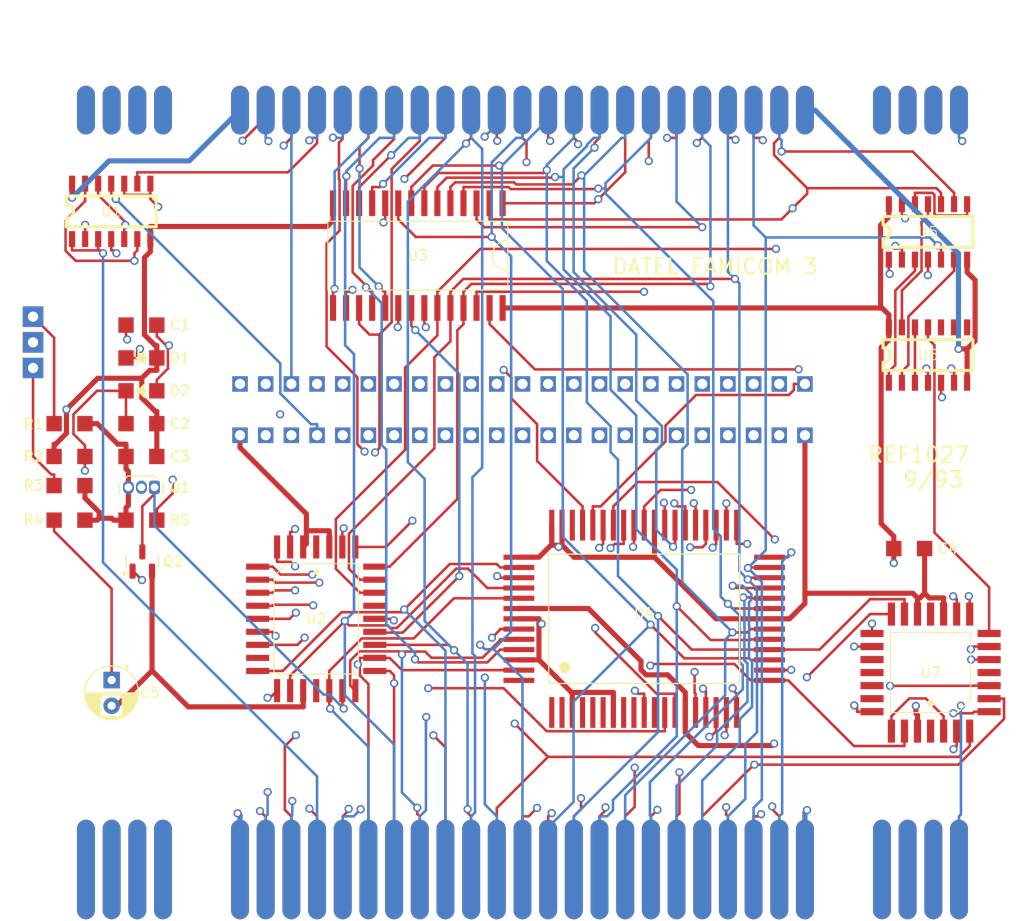
<source format=kicad_pcb>
(kicad_pcb (version 20240108) (generator "pcbnew") (generator_version "8.0")
  (layers (0 "F.Cu" signal) (1 "In1.Cu" signal) (2 "In2.Cu" signal) (31 "B.Cu" signal) (34 "B.Paste" user) (35 "F.Paste" user) (36 "B.SilkS" user "B.Silkscreen") (37 "F.SilkS" user "F.Silkscreen") (38 "B.Mask" user) (39 "F.Mask" user) (44 "Edge.Cuts" user))
  (net 0 "")
  (net 1 "/D4")
  (net 2 "/D4.Pullup")
  (net 3 "/VCC")
  (net 4 "/GND")
  (net 5 "/D4.Pulldown")
  (net 6 "/Pwr.Good")
  (net 7 "/CIC.Out.P1.Top")
  (net 9 "/A1")
  (net 10 "/~{Reset}")
  (net 12 "/A8")
  (net 13 "/A6")
  (net 14 "/A11")
  (net 15 "/~{IRQ}")
  (net 16 "/A12")
  (net 17 "/A4")
  (net 18 "/~{Read}.Top")
  (net 19 "/D7")
  (net 22 "/CPU.Clock")
  (net 24 "/Exp.Clock")
  (net 25 "/D2")
  (net 27 "/BA4")
  (net 28 "/CIC.In.P7")
  (net 29 "/BA0")
  (net 31 "/D5")
  (net 32 "/A3")
  (net 33 "/CIC.Out.P2.Top")
  (net 38 "/BA7")
  (net 40 "/BA3")
  (net 43 "/A14")
  (net 44 "/BA1")
  (net 45 "/D1")
  (net 46 "/A2")
  (net 47 "/A10")
  (net 48 "/BA5")
  (net 49 "/CIC.In.P6")
  (net 50 "/BA2")
  (net 51 "/A13")
  (net 52 "/A15")
  (net 53 "/D0")
  (net 56 "/A9")
  (net 57 "/A5")
  (net 58 "/D3")
  (net 59 "/A7")
  (net 60 "/~{CART}")
  (net 61 "/~{Write}")
  (net 62 "/BA6")
  (net 63 "/A0")
  (net 64 "/D6")
  (net 66 "/Switch.Codes.On")
  (net 67 "/Switch.Trainer")
  (net 68 "/Top.Cart.Select")
  (net 69 "/Middle.Cart.Select")
  (net 70 "/CIC.Out.P1.Sys")
  (net 71 "/CIC.Out.P1.Middle")
  (net 72 "/CIC.Out.P2.Middle")
  (net 73 "/CIC.Out.P2.Sys")
  (net 74 "/~{A11 and A12}")
  (net 75 "/~{A6 and A7}")
  (net 76 "/~{A9 and A10}")
  (net 77 "/~{A11 & A12 & A14 & BA6}")
  (net 78 "/~{A14 and BA6}")
  (net 79 "/~{A6, A7, A9, A10, A11, A12, A14, BA6}")
  (net 80 "/~{A6 & A7 & A9 & A10}")
  (net 84 "/~{VRES}")
  (net 87 "/PLD.Clk")
  (net 89 "/A22")
  (net 91 "/SRAM.~{WE}")
  (net 136 "/~{Read}.Sys")
  (net 137 "/EPROM.~{OE}")
  (net 143 "/SRAM.~{CE}")
  (net 146 "Net-(D1-K)")
  (footprint "Package_TO_SOT_THT:TO-92Flat" (layer "F.Cu") (at 98.8 107.84 180)
    (property "Reference" "Q1")
    (property "Value" "ZVP2106A")
  )
  (footprint "!SNES:Bottom Edge Connector" (layer "F.Cu") (at 134.63 145.07)
    (property "Reference" "J3" (hide yes))
    (property "Value" "~")
  )
  (footprint "!SNES:PALCE20V8H" (layer "F.Cu") (at 174.36 125.89 180)
    (property "Reference" "U7")
    (property "Value" "PALCE_20V8H-25JC/4" (hide yes))
  )
  (footprint "!SNES:Capacitor" (layer "F.Cu") (at 97.53 101.64)
    (property "Reference" "C2")
    (property "Value" "481 pF")
  )
  (footprint "!SNES:Diode" (layer "F.Cu") (at 97.53 98.44)
    (property "Reference" "D2")
    (property "Value" "D_Filled")
  )
  (footprint "!SNES:Switch" (layer "F.Cu") (at 86.98 93.72 90)
    (property "Reference" "SW1" (hide yes))
    (property "Value" "SW_SPDT" (hide yes))
  )
  (footprint "!SNES:SOIC-14" (layer "F.Cu") (at 94.59 80.96)
    (property "Reference" "U1")
    (property "Value" "~")
  )
  (footprint "!SNES:Resistor" (layer "F.Cu") (at 90.53 111.04)
    (property "Reference" "R4")
    (property "Value" "332")
  )
  (footprint "!SNES:Diode" (layer "F.Cu") (at 97.53 95.24)
    (property "Reference" "D1")
    (property "Value" "D_Filled")
  )
  (footprint "!SNES:Resistor" (layer "F.Cu") (at 97.53 111.04)
    (property "Reference" "R5")
    (property "Value" "332")
  )
  (footprint "!SNES:Resistor" (layer "F.Cu") (at 90.53 101.64)
    (property "Reference" "R1")
    (property "Value" "332")
  )
  (footprint "!SNES:Middle Cartridge Slot" (layer "F.Cu") (at 134.63 100.27)
    (property "Reference" "J2" (hide yes))
    (property "Value" "~")
  )
  (footprint "Package_TO_SOT_SMD:SOT-23" (layer "F.Cu") (at 97.6175 115.07 90)
    (property "Reference" "Q2")
    (property "Value" "BCX19")
  )
  (footprint "!SNES:Resistor" (layer "F.Cu") (at 90.53 104.84)
    (property "Reference" "R2")
    (property "Value" "473")
  )
  (footprint "!SNES:Capacitor" (layer "F.Cu") (at 97.53 92.04)
    (property "Reference" "C1")
    (property "Value" "100 nF")
  )
  (footprint "!SNES:Resistor" (layer "F.Cu") (at 90.53 107.675)
    (property "Reference" "R3")
    (property "Value" "332")
  )
  (footprint "!SNES:SOIC-14" (layer "F.Cu") (at 174.11 94.96)
    (property "Reference" "U6")
    (property "Value" "SN74HC32N")
  )
  (footprint "!SNES:Top Edge Connector" (layer "F.Cu") (at 134.63 71.1)
    (property "Reference" "J1" (hide yes))
    (property "Value" "~")
  )
  (footprint "!SNES:HY62256ALJ" (layer "F.Cu") (at 124.44 85.27 90)
    (property "Reference" "U3")
    (property "Value" "HY62256ALJ-10")
  )
  (footprint "!SNES:Capacitor" (layer "F.Cu") (at 172.28 113.81)
    (property "Reference" "C4")
    (property "Value" "100 nF")
  )
  (footprint "!SNES:27C256" (layer "F.Cu") (at 114.55 120.65)
    (property "Reference" "U2")
    (property "Value" "27C256" (hide yes))
  )
  (footprint "!SNES:LZ95F45" (layer "F.Cu") (at 146.48 120.65)
    (property "Reference" "U4")
    (property "Value" "LZ95F45")
  )
  (footprint "!SNES:SOIC-14" (layer "F.Cu") (at 174.11 82.96)
    (property "Reference" "U5")
    (property "Value" "SN74HC32N")
  )
  (footprint "!SNES:Capacitor" (layer "F.Cu") (at 97.53 104.84)
    (property "Reference" "C3")
    (property "Value" "100 nF")
  )
  (footprint "Capacitor_THT:CP_Radial_D5.0mm_P2.50mm" (layer "F.Cu") (at 94.63 126.62 -90)
    (property "Reference" "C5")
    (property "Value" "10 uF 16V")
  )
  (gr_line (start 167.13 139.52) (end 167.13 150.12) (stroke (width 0.002)) (layer "Edge.Cuts"))
  (gr_line (start 85.78 122.22) (end 85.78 68.52) (stroke (width 0.002)) (layer "Edge.Cuts"))
  (gr_line (start 179.78 116.02) (end 179.78 114.02) (stroke (width 0.002)) (layer "Edge.Cuts"))
  (gr_line (start 89.48 122.22) (end 89.48 124.22) (stroke (width 0.002)) (layer "Edge.Cuts"))
  (gr_line (start 102.13 139.52) (end 104.83 139.52) (stroke (width 0.002)) (layer "Edge.Cuts"))
  (gr_line (start 85.78 124.22) (end 89.48 124.22) (stroke (width 0.002)) (layer "Edge.Cuts"))
  (gr_line (start 183.48 68.52) (end 183.48 114.02) (stroke (width 0.002)) (layer "Edge.Cuts"))
  (gr_line (start 102.13 139.52) (end 102.13 150.12) (stroke (width 0.002)) (layer "Edge.Cuts"))
  (gr_line (start 183.48 116.02) (end 183.48 139.32) (stroke (width 0.002)) (layer "Edge.Cuts"))
  (gr_line (start 102.13 150.12) (end 89.63 150.12) (stroke (width 0.002)) (layer "Edge.Cuts"))
  (gr_line (start 164.43 139.52) (end 164.43 150.12) (stroke (width 0.002)) (layer "Edge.Cuts"))
  (gr_line (start 179.63 139.32) (end 179.63 150.12) (stroke (width 0.002)) (layer "Edge.Cuts"))
  (gr_line (start 89.63 139.32) (end 89.63 150.12) (stroke (width 0.002)) (layer "Edge.Cuts"))
  (gr_line (start 89.63 139.32) (end 85.78 139.32) (stroke (width 0.002)) (layer "Edge.Cuts"))
  (gr_line (start 183.48 139.32) (end 179.63 139.32) (stroke (width 0.002)) (layer "Edge.Cuts"))
  (gr_line (start 183.48 116.02) (end 179.78 116.02) (stroke (width 0.002)) (layer "Edge.Cuts"))
  (gr_line (start 179.63 150.12) (end 167.13 150.12) (stroke (width 0.002)) (layer "Edge.Cuts"))
  (gr_line (start 85.78 124.22) (end 85.78 139.32) (stroke (width 0.002)) (layer "Edge.Cuts"))
  (gr_line (start 164.43 150.12) (end 104.83 150.12) (stroke (width 0.002)) (layer "Edge.Cuts"))
  (gr_line (start 85.78 122.22) (end 89.48 122.22) (stroke (width 0.002)) (layer "Edge.Cuts"))
  (gr_line (start 183.48 114.02) (end 179.78 114.02) (stroke (width 0.002)) (layer "Edge.Cuts"))
  (gr_line (start 85.78 68.52) (end 183.48 68.52) (stroke (width 0.002)) (layer "Edge.Cuts"))
  (gr_line (start 104.83 139.52) (end 104.83 150.12) (stroke (width 0.002)) (layer "Edge.Cuts"))
  (gr_line (start 164.43 139.52) (end 167.13 139.52) (stroke (width 0.002)) (layer "Edge.Cuts"))
  (gr_text "REF1027\n   9/93" (at 168.12 107.96 0) (layer "F.SilkS") (effects (font (size 1.5 1.5) (thickness 0.2)) (justify left bottom)))
  (gr_text "DATEL FAMICOM 3" (at 143.23 87.22 0) (layer "F.SilkS") (effects (font (size 1.5 1.5) (thickness 0.2)) (justify left bottom)))
  (segment (start 117.8978 88.7933) (end 117.455 88.7933) (width 0.25) (layer "F.Cu") (net 1))
  (segment (start 98.8 107.84) (end 98.8 108.4959) (width 0.25) (layer "F.Cu") (net 1))
  (segment (start 97.6175 109.6784) (end 97.6175 114.1325) (width 0.25) (layer "F.Cu") (net 1))
  (segment (start 134.28 121.65) (end 132.4533 121.65) (width 0.25) (layer "F.Cu") (net 1))
  (segment (start 127.13 145.07) (end 127.13 133.17) (width 0.25) (layer "F.Cu") (net 1))
  (segment (start 127.13 133.17) (end 125.9568 131.9968) (width 0.25) (layer "F.Cu") (net 1))
  (segment (start 117.09 129.2674) (end 117.2222 129.3996) (width 0.25) (layer "F.Cu") (net 1))
  (segment (start 117.455 90.37) (end 117.455 88.7933) (width 0.25) (layer "F.Cu") (net 1))
  (segment (start 127.13 73.8017) (end 127.1289 73.8017) (width 0.25) (layer "F.Cu") (net 1))
  (segment (start 131.6615 122.4897) (end 132.4533 121.6979) (width 0.25) (layer "F.Cu") (net 1))
  (segment (start 127.13 71.1) (end 127.13 73.8017) (width 0.25) (layer "F.Cu") (net 1))
  (segment (start 117.09 127.65) (end 117.09 129.2674) (width 0.25) (layer "F.Cu") (net 1))
  (segment (start 127.1289 73.8017) (end 123.1301 77.8005) (width 0.25) (layer "F.Cu") (net 1))
  (segment (start 98.8 108.4959) (end 97.6175 109.6784) (width 0.25) (layer "F.Cu") (net 1))
  (segment (start 132.4533 121.6979) (end 132.4533 121.65) (width 0.25) (layer "F.Cu") (net 1))
  (segment (start 118.092 88.5991) (end 117.8978 88.7933) (width 0.25) (layer "F.Cu") (net 1))
  (via (at 123.1301 77.8005) (size 0.8) (drill 0.5) (layers "F.Cu" "B.Cu") (net 1))
  (via (at 118.092 88.5991) (size 0.8) (drill 0.5) (layers "F.Cu" "B.Cu") (net 1))
  (via (at 117.2222 129.3996) (size 0.8) (drill 0.5) (layers "F.Cu" "B.Cu") (net 1))
  (via (at 125.9568 131.9968) (size 0.8) (drill 0.5) (layers "F.Cu" "B.Cu") (net 1))
  (via (at 131.6615 122.4897) (size 0.8) (drill 0.5) (layers "F.Cu" "B.Cu") (net 1))
  (segment (start 115.2552 128.0321) (end 115.8547 128.0321) (width 0.25) (layer "B.Cu") (net 1))
  (segment (start 115.8547 128.0321) (end 117.2222 129.3996) (width 0.25) (layer "B.Cu") (net 1))
  (segment (start 98.8 107.84) (end 98.8 111.5769) (width 0.25) (layer "B.Cu") (net 1))
  (segment (start 98.8 111.5769) (end 115.2552 128.0321) (width 0.25) (layer "B.Cu") (net 1))
  (segment (start 167.2083 129.358) (end 166.9348 129.0845) (width 0.25) (layer "F.Cu") (net 2))
  (segment (start 167.2083 129.7) (end 167.2083 129.358) (width 0.25) (layer "F.Cu") (net 2))
  (segment (start 168.66 129.7) (end 167.2083 129.7) (width 0.25) (layer "F.Cu") (net 2))
  (via (at 166.9348 129.0845) (size 0.8) (drill 0.5) (layers "F.Cu" "B.Cu") (net 2))
  (segment (start 92.03 101.64) (end 93.2317 101.64) (width 0.5) (layer "F.Cu") (net 3))
  (segment (start 158.9388 132.9939) (end 159.13 132.8027) (width 0.5) (layer "F.Cu") (net 3))
  (segment (start 170.78 112.6083) (end 169.5483 111.3766) (width 0.5) (layer "F.Cu") (net 3))
  (segment (start 96.03 111.04) (end 94.8283 111.04) (width 0.5) (layer "F.Cu") (net 3))
  (segment (start 113.5929 112.0733) (end 113.5929 113.3371) (width 0.5) (layer "F.Cu") (net 3))
  (segment (start 150.48 131.7267) (end 151.7472 132.9939) (width 0.5) (layer "F.Cu") (net 3))
  (segment (start 169.4928 82.2939) (end 169.4928 90.37) (width 0.5) (layer "F.Cu") (net 3))
  (segment (start 107.13 139.7683) (end 107.0665 139.7683) (width 0.5) (layer "F.Cu") (net 3))
  (segment (start 146.1681 125.6105) (end 146.6671 126.1095) (width 0.5) (layer "F.Cu") (net 3))
  (segment (start 134.28 119.65) (end 136.2317 119.65) (width 0.5) (layer "F.Cu") (net 3))
  (segment (start 107.13 102.77) (end 107.13 103.9717) (width 0.5) (layer "F.Cu") (net 3))
  (segment (start 150.48 129.775) (end 150.48 127.8233) (width 0.5) (layer "F.Cu") (net 3))
  (segment (start 170.3 80.26) (end 170.3 81.4867) (width 0.5) (layer "F.Cu") (net 3))
  (segment (start 96.03 104.84) (end 96.03 103.6383) (width 0.5) (layer "F.Cu") (net 3))
  (segment (start 150.48 129.775) (end 150.48 131.7267) (width 0.5) (layer "F.Cu") (net 3))
  (segment (start 92.03 111.04) (end 93.2317 111.04) (width 0.5) (layer "F.Cu") (net 3))
  (segment (start 172.9294 129.8527) (end 172.9294 129.1351) (width 0.5) (layer "F.Cu") (net 3))
  (segment (start 170.3 92.26) (end 170.3 91.0333) (width 0.5) (layer "F.Cu") (net 3))
  (segment (start 141.0555 119.65) (end 146.1681 124.7626) (width 0.5) (layer "F.Cu") (net 3))
  (segment (start 94.6444 110.8561) (end 94.8283 111.04) (width 0.5) (layer "F.Cu") (net 3))
  (segment (start 96.03 104.84) (end 96.03 106.0417) (width 0.5) (layer "F.Cu") (net 3))
  (segment (start 93.2317 101.64) (end 95.23 103.6383) (width 0.5) (layer "F.Cu") (net 3))
  (segment (start 148.7662 126.1095) (end 150.48 127.8233) (width 0.5) (layer "F.Cu") (net 3))
  (segment (start 173.09 130.0133) (end 172.9294 129.8527) (width 0.5) (layer "F.Cu") (net 3))
  (segment (start 170.3 91.0333) (end 169.6367 90.37) (width 0.5) (layer "F.Cu") (net 3))
  (segment (start 170.3 81.4867) (end 169.4928 82.2939) (width 0.5) (layer "F.Cu") (net 3))
  (segment (start 113.5929 110.4346) (end 113.5929 112.0733) (width 0.5) (layer "F.Cu") (net 3))
  (segment (start 115.82 113.65) (end 115.82 112.0733) (width 0.5) (layer "F.Cu") (net 3))
  (segment (start 170.3 92.26) (end 170.3 93.4867) (width 0.5) (layer "F.Cu") (net 3))
  (segment (start 169.5483 94.2384) (end 170.3 93.4867) (width 0.5) (layer "F.Cu") (net 3))
  (segment (start 146.6671 126.1095) (end 148.7662 126.1095) (width 0.5) (layer "F.Cu") (net 3))
  (segment (start 95.23 103.6383) (end 96.03 103.6383) (width 0.5) (layer "F.Cu") (net 3))
  (segment (start 96.03 111.04) (end 96.03 109.8383) (width 0.5) (layer "F.Cu") (net 3))
  (segment (start 170.78 113.81) (end 170.78 112.6083) (width 0.5) (layer "F.Cu") (net 3))
  (segment (start 173.09 131.59) (end 173.09 130.0133) (width 0.5) (layer "F.Cu") (net 3))
  (segment (start 93.2317 111.04) (end 93.4156 110.8561) (width 0.5) (layer "F.Cu") (net 3))
  (segment (start 170.78 115.2274) (end 170.78 113.81) (width 0.5) (layer "F.Cu") (net 3))
  (segment (start 96.26 106.2717) (end 96.26 107.84) (width 0.5) (layer "F.Cu") (net 3))
  (segment (start 96.03 106.0417) (end 96.26 106.2717) (width 0.5) (layer "F.Cu") (net 3))
  (segment (start 146.1681 124.7626) (end 146.1681 125.6105) (width 0.5) (layer "F.Cu") (net 3))
  (segment (start 93.4156 110.2623) (end 92.03 108.8767) (width 0.5) (layer "F.Cu") (net 3))
  (segment (start 107.0665 139.7683) (end 106.8998 139.6016) (width 0.5) (layer "F.Cu") (net 3))
  (segment (start 92.03 107.675) (end 92.03 108.8767) (width 0.5) (layer "F.Cu") (net 3))
  (segment (start 113.5929 113.3371) (end 113.28 113.65) (width 0.5) (layer "F.Cu") (net 3))
  (segment (start 169.5483 111.3766) (end 169.5483 94.2384) (width 0.5) (layer "F.Cu") (net 3))
  (segment (start 136.2317 119.65) (end 141.0555 119.65) (width 0.5) (layer "F.Cu") (net 3))
  (segment (start 93.4156 110.8561) (end 94.6444 110.8561) (width 0.5) (layer "F.Cu") (net 3))
  (segment (start 151.7472 132.9939) (end 158.9388 132.9939) (width 0.5) (layer "F.Cu") (net 3))
  (segment (start 107.13 145.07) (end 107.13 139.7683) (width 0.5) (layer "F.Cu") (net 3))
  (segment (start 107.13 103.9717) (end 113.5929 110.4346) (width 0.5) (layer "F.Cu") (net 3))
  (segment (start 93.4156 110.8561) (end 93.4156 110.2623) (width 0.5) (layer "F.Cu") (net 3))
  (segment (start 96.26 109.6083) (end 96.03 109.8383) (width 0.5) (layer "F.Cu") (net 3))
  (segment (start 169.4928 90.37) (end 132.695 90.37) (width 0.5) (layer "F.Cu") (net 3))
  (segment (start 169.6367 90.37) (end 169.4928 90.37) (width 0.5) (layer "F.Cu") (net 3))
  (segment (start 96.26 107.84) (end 96.26 109.6083) (width 0.5) (layer "F.Cu") (net 3))
  (segment (start 90.78 79.6394) (end 90.78 78.26) (width 0.5) (layer "F.Cu") (net 3))
  (segment (start 113.5929 112.0733) (end 115.82 112.0733) (width 0.5) (layer "F.Cu") (net 3))
  (via (at 159.13 132.8027) (size 0.8) (drill 0.5) (layers "F.Cu" "B.Cu") (net 3))
  (via (at 172.9294 129.1351) (size 0.8) (drill 0.5) (layers "F.Cu" "B.Cu") (net 3))
  (via (at 170.78 115.2274) (size 0.8) (drill 0.5) (layers "F.Cu" "B.Cu") (net 3))
  (via (at 90.78 79.6394) (size 0.8) (drill 0.5) (layers "F.Cu" "B.Cu") (net 3))
  (via (at 106.8998 139.6016) (size 0.8) (drill 0.5) (layers "F.Cu" "B.Cu") (net 3))
  (segment (start 94.375 76.0444) (end 90.78 79.6394) (width 0.5) (layer "B.Cu") (net 3))
  (segment (start 107.0665 139.7683) (end 106.8998 139.6016) (width 0.5) (layer "B.Cu") (net 3))
  (segment (start 102.1856 76.0444) (end 94.375 76.0444) (width 0.5) (layer "B.Cu") (net 3))
  (segment (start 107.13 71.1) (end 102.1856 76.0444) (width 0.5) (layer "B.Cu") (net 3))
  (segment (start 107.13 145.07) (end 107.13 139.7683) (width 0.5) (layer "B.Cu") (net 3))
  (segment (start 107.13 139.7683) (end 107.0665 139.7683) (width 0.5) (layer "B.Cu") (net 3))
  (segment (start 98.4 82.4333) (end 115.6234 82.4333) (width 0.5) (layer "F.Cu") (net 4))
  (segment (start 147.48 111.525) (end 147.48 113.4767) (width 0.5) (layer "F.Cu") (net 4))
  (segment (start 98.3386 96.4417) (end 99.03 96.4417) (width 0.5) (layer "F.Cu") (net 4))
  (segment (start 174.2302 118.6133) (end 173.78 118.1631) (width 0.5) (layer "F.Cu") (net 4))
  (segment (start 137.48 113.4017) (end 137.48 113.4392) (width 0.5) (layer "F.Cu") (net 4))
  (segment (start 137.4425 113.4392) (end 136.2317 114.65) (width 0.5) (layer "F.Cu") (net 4))
  (segment (start 97.8283 92.9869) (end 97.8283 85.4584) (width 0.5) (layer "F.Cu") (net 4))
  (segment (start 89.03 104.84) (end 89.03 103.6383) (width 0.5) (layer "F.Cu") (net 4))
  (segment (start 177.92 96.4333) (end 177.92 94.3604) (width 0.5) (layer "F.Cu") (net 4))
  (segment (start 162.13 139.4923) (end 162.3359 139.2864) (width 0.5) (layer "F.Cu") (net 4))
  (segment (start 138.48 113.4767) (end 138.1491 113.4767) (width 0.5) (layer "F.Cu") (net 4))
  (segment (start 175.63 120.19) (end 175.63 118.6133) (width 0.5) (layer "F.Cu") (net 4))
  (segment (start 177.92 94.3604) (end 177.077 94.3604) (width 0.5) (layer "F.Cu") (net 4))
  (segment (start 143.48 129.775) (end 143.48 127.8233) (width 0.5) (layer "F.Cu") (net 4))
  (segment (start 173.78 118.1631) (end 173.3298 118.6133) (width 0.5) (layer "F.Cu") (net 4))
  (segment (start 98.5675 125.7061) (end 102.0881 129.2267) (width 0.5) (layer "F.Cu") (net 4))
  (segment (start 177.92 85.7349) (end 177.92 85.66) (width 0.5) (layer "F.Cu") (net 4))
  (segment (start 99.03 101.64) (end 99.03 104.84) (width 0.5) (layer "F.Cu") (net 4))
  (segment (start 138.48 111.525) (end 138.48 113.4767) (width 0.5) (layer "F.Cu") (net 4))
  (segment (start 89.1803 103.6383) (end 89.03 103.6383) (width 0.5) (layer "F.Cu") (net 4))
  (segment (start 97.8283 85.4584) (end 98.4 84.8867) (width 0.5) (layer "F.Cu") (net 4))
  (segment (start 136.2317 120.65) (end 136.2317 121.1496) (width 0.5) (layer "F.Cu") (net 4))
  (segment (start 138.1491 113.4767) (end 138.1491 113.6458) (width 0.5) (layer "F.Cu") (net 4))
  (segment (start 90.2317 100.2614) (end 90.2317 102.5869) (width 0.5) (layer "F.Cu") (net 4))
  (segment (start 158.68 120.65) (end 160.6317 120.65) (width 0.5) (layer "F.Cu") (net 4))
  (segment (start 177.92 85.7349) (end 177.92 86.8867) (width 0.5) (layer "F.Cu") (net 4))
  (segment (start 97.5611 97.2192) (end 98.3386 96.4417) (width 0.5) (layer "F.Cu") (net 4))
  (segment (start 137.48 113.4392) (end 137.48 113.4767) (width 0.5) (layer "F.Cu") (net 4))
  (segment (start 134.28 124.65) (end 136.2317 124.65) (width 0.5) (layer "F.Cu") (net 4))
  (segment (start 99.03 95.24) (end 99.03 96.4417) (width 0.5) (layer "F.Cu") (net 4))
  (segment (start 98.4 83.66) (end 98.4 82.4333) (width 0.5) (layer "F.Cu") (net 4))
  (segment (start 137.48 113.4392) (end 137.4425 113.4392) (width 0.5) (layer "F.Cu") (net 4))
  (segment (start 137.48 111.525) (end 137.48 112.5008) (width 0.5) (layer "F.Cu") (net 4))
  (segment (start 98.8797 100.4383) (end 99.03 100.4383) (width 0.5) (layer "F.Cu") (net 4))
  (segment (start 138.1491 113.4767) (end 137.48 113.4767) (width 0.5) (layer "F.Cu") (net 4))
  (segment (start 97.5611 99.1197) (end 98.8797 100.4383) (width 0.5) (layer "F.Cu") (net 4))
  (segment (start 116.185 80.17) (end 116.185 81.8717) (width 0.5) (layer "F.Cu") (net 4))
  (segment (start 136.2317 121.1496) (end 136.4957 121.1496) (width 0.5) (layer "F.Cu") (net 4))
  (segment (start 97.5611 97.2192) (end 93.2739 97.2192) (width 0.5) (layer "F.Cu") (net 4))
  (segment (start 177.92 94.3604) (end 178.6958 93.5846) (width 0.5) (layer "F.Cu") (net 4))
  (segment (start 94.63 129.12) (end 95.1536 129.12) (width 0.5) (layer "F.Cu") (net 4))
  (segment (start 173.09 120.19) (end 173.09 118.6133) (width 0.5) (layer "F.Cu") (net 4))
  (segment (start 173.78 113.81) (end 173.78 115.0117) (width 0.5) (layer "F.Cu") (net 4))
  (segment (start 99.03 101.64) (end 99.03 100.4383) (width 0.5) (layer "F.Cu") (net 4))
  (segment (start 175.63 118.6133) (end 174.2302 118.6133) (width 0.5) (layer "F.Cu") (net 4))
  (segment (start 162.13 145.07) (end 162.13 139.7683) (width 0.5) (layer "F.Cu") (net 4))
  (segment (start 162.13 102.77) (end 162.13 103.9717) (width 0.5) (layer "F.Cu") (net 4))
  (segment (start 162.13 118.1601) (end 162.13 103.9717) (width 0.5) (layer "F.Cu") (net 4))
  (segment (start 99.03 94.6391) (end 99.03 95.24) (width 0.5) (layer "F.Cu") (net 4))
  (segment (start 173.3298 118.6133) (end 173.09 118.6133) (width 0.5) (layer "F.Cu") (net 4))
  (segment (start 115.6234 82.4333) (end 116.185 81.8717) (width 0.5) (layer "F.Cu") (net 4))
  (segment (start 147.48 114.66) (end 153.47 120.65) (width 0.5) (layer "F.Cu") (net 4))
  (segment (start 98.8797 94.0383) (end 97.8283 92.9869) (width 0.5) (layer "F.Cu") (net 4))
  (segment (start 136.2317 121.1496) (end 136.2317 124.65) (width 0.5) (layer "F.Cu") (net 4))
  (segment (start 153.47 120.65) (end 156.7283 120.65) (width 0.5) (layer "F.Cu") (net 4))
  (segment (start 99.03 94.0383) (end 98.8797 94.0383) (width 0.5) (layer "F.Cu") (net 4))
  (segment (start 173.78 115.0117) (end 173.78 118.1631) (width 0.5) (layer "F.Cu") (net 4))
  (segment (start 158.68 120.65) (end 156.7283 120.65) (width 0.5) (layer "F.Cu") (net 4))
  (segment (start 93.2739 97.2192) (end 90.2317 100.2614) (width 0.5) (layer "F.Cu") (net 4))
  (segment (start 97.5611 97.2192) (end 97.5611 99.1197) (width 0.5) (layer "F.Cu") (net 4))
  (segment (start 95.1536 129.12) (end 98.5675 125.7061) (width 0.5) (layer "F.Cu") (net 4))
  (segment (start 139.48 129.775) (end 139.48 127.8233) (width 0.5) (layer "F.Cu") (net 4))
  (segment (start 172.6368 118.1601) (end 162.13 118.1601) (width 0.5) (layer "F.Cu") (net 4))
  (segment (start 139.4051 127.8233) (end 137.8184 126.2366) (width 0.5) (layer "F.Cu") (net 4))
  (segment (start 139.48 127.8233) (end 139.4051 127.8233) (width 0.5) (layer "F.Cu") (net 4))
  (segment (start 90.2317 102.5869) (end 89.1803 103.6383) (width 0.5) (layer "F.Cu") (net 4))
  (segment (start 143.48 127.8233) (end 139.48 127.8233) (width 0.5) (layer "F.Cu") (net 4))
  (segment (start 137.8184 126.2366) (end 136.2317 124.65) (width 0.5) (layer "F.Cu") (net 4))
  (segment (start 162.13 139.7683) (end 162.13 139.4923) (width 0.5) (layer "F.Cu") (net 4))
  (segment (start 147.48 113.4767) (end 147.48 114.66) (width 0.5) (layer "F.Cu") (net 4))
  (segment (start 147.48 114.66) (end 139.6633 114.66) (width 0.5) (layer "F.Cu") (net 4))
  (segment (start 99.03 94.6391) (end 99.03 94.0383) (width 0.5) (layer "F.Cu") (net 4))
  (segment (start 98.5675 125.7061) (end 98.5675 116.0075) (width 0.5) (layer "F.Cu") (net 4))
  (segment (start 160.6317 120.65) (end 162.13 119.1517) (width 0.5) (layer "F.Cu") (net 4))
  (segment (start 137.48 113.4017) (end 137.48 112.5008) (width 0.5) (layer "F.Cu") (net 4))
  (segment (start 177.92 97.66) (end 177.92 96.4333) (width 0.5) (layer "F.Cu") (net 4))
  (segment (start 134.28 120.65) (end 136.2317 120.65) (width 0.5) (layer "F.Cu") (net 4))
  (segment (start 178.6958 93.5846) (end 178.6958 87.6625) (width 0.5) (layer "F.Cu") (net 4))
  (segment (start 162.13 119.1517) (end 162.13 118.1601) (width 0.5) (layer "F.Cu") (net 4))
  (segment (start 113.28 127.65) (end 113.28 129.2267) (width 0.5) (layer "F.Cu") (net 4))
  (segment (start 134.28 114.65) (end 136.2317 114.65) (width 0.5) (layer "F.Cu") (net 4))
  (segment (start 139.6633 114.66) (end 138.48 113.4767) (width 0.5) (layer "F.Cu") (net 4))
  (segment (start 98.4 83.66) (end 98.4 84.8867) (width 0.5) (layer "F.Cu") (net 4))
  (segment (start 173.09 118.6133) (end 172.6368 118.1601) (width 0.5) (layer "F.Cu") (net 4))
  (segment (start 178.6958 87.6625) (end 177.92 86.8867) (width 0.5) (layer "F.Cu") (net 4))
  (segment (start 102.0881 129.2267) (end 113.28 129.2267) (width 0.5) (layer "F.Cu") (net 4))
  (via (at 90.2317 100.2614) (size 0.8) (drill 0.5) (layers "F.Cu" "B.Cu") (net 4))
  (via (at 162.3359 139.2864) (size 0.8) (drill 0.5) (layers "F.Cu" "B.Cu") (net 4))
  (via (at 177.077 94.3604) (size 0.8) (drill 0.5) (layers "F.Cu" "B.Cu") (net 4))
  (via (at 138.1491 113.6458) (size 0.8) (drill 0.5) (layers "F.Cu" "B.Cu") (net 4))
  (via (at 136.4957 121.1496) (size 0.8) (drill 0.5) (layers "F.Cu" "B.Cu") (net 4))
  (segment (start 162.13 145.07) (end 162.13 139.7683) (width 0.5) (layer "B.Cu") (net 4))
  (segment (start 162.13 139.7683) (end 162.13 139.4923) (width 0.5) (layer "B.Cu") (net 4))
  (segment (start 163.1137 71.1) (end 177.077 85.0633) (width 0.5) (layer "B.Cu") (net 4))
  (segment (start 162.13 139.4923) (end 162.3359 139.2864) (width 0.5) (layer "B.Cu") (net 4))
  (segment (start 162.13 71.1) (end 163.1137 71.1) (width 0.5) (layer "B.Cu") (net 4))
  (segment (start 177.077 85.0633) (end 177.077 94.3604) (width 0.5) (layer "B.Cu") (net 4))
  (segment (start 168.4707 120.19) (end 162.3171 126.3436) (width 0.25) (layer "F.Cu") (net 5))
  (segment (start 170.55 120.19) (end 168.4707 120.19) (width 0.25) (layer "F.Cu") (net 5))
  (segment (start 96.7198 116.0075) (end 96.6675 116.0075) (width 0.25) (layer "F.Cu") (net 5))
  (segment (start 97.588 116.8757) (end 96.7198 116.0075) (width 0.25) (layer "F.Cu") (net 5))
  (via (at 162.3171 126.3436) (size 0.8) (drill 0.5) (layers "F.Cu" "B.Cu") (net 5))
  (via (at 97.588 116.8757) (size 0.8) (drill 0.5) (layers "F.Cu" "B.Cu") (net 5))
  (segment (start 154.48 129.775) (end 154.48 131.6017) (width 0.25) (layer "F.Cu") (net 6))
  (segment (start 94.63 117.7167) (end 89.03 112.1167) (width 0.25) (layer "F.Cu") (net 6))
  (segment (start 154.48 131.6017) (end 154.3134 131.7683) (width 0.25) (layer "F.Cu") (net 6))
  (segment (start 89.03 111.04) (end 89.03 112.1167) (width 0.25) (layer "F.Cu") (net 6))
  (segment (start 154.3134 131.7683) (end 154.3134 131.9875) (width 0.25) (layer "F.Cu") (net 6))
  (segment (start 94.63 126.62) (end 94.63 117.7167) (width 0.25) (layer "F.Cu") (net 6))
  (via (at 154.3134 131.9875) (size 0.8) (drill 0.5) (layers "F.Cu" "B.Cu") (net 6))
  (segment (start 92.05 83.66) (end 92.05 82.2726) (width 0.25) (layer "F.Cu") (net 7))
  (via (at 113.8739 74.0501) (size 0.8) (drill 0.5) (layers "F.Cu" "B.Cu") (net 7))
  (via (at 92.05 82.2726) (size 0.8) (drill 0.5) (layers "F.Cu" "B.Cu") (net 7))
  (segment (start 114.63 73.8017) (end 114.1223 73.8017) (width 0.25) (layer "B.Cu") (net 7))
  (segment (start 114.63 71.1) (end 114.63 73.8017) (width 0.25) (layer "B.Cu") (net 7))
  (segment (start 114.1223 73.8017) (end 113.8739 74.0501) (width 0.25) (layer "B.Cu") (net 7))
  (segment (start 131.6322 83.4544) (end 124.2427 83.4544) (width 0.25) (layer "F.Cu") (net 9))
  (segment (start 110.3017 121.92) (end 110.3017 122.0237) (width 0.25) (layer "F.Cu") (net 9))
  (segment (start 170.4153 127.1791) (end 178.5892 127.1791) (width 0.25) (layer "F.Cu") (net 9))
  (segment (start 180.06 127.16) (end 178.6083 127.16) (width 0.25) (layer "F.Cu") (net 9))
  (segment (start 108.85 121.92) (end 110.3017 121.92) (width 0.25) (layer "F.Cu") (net 9))
  (segment (start 160.7642 125.65) (end 160.7895 125.6247) (width 0.25) (layer "F.Cu") (net 9))
  (segment (start 158.68 125.65) (end 160.5067 125.65) (width 0.25) (layer "F.Cu") (net 9))
  (segment (start 122.535 80.17) (end 122.535 81.7467) (width 0.25) (layer "F.Cu") (net 9))
  (segment (start 110.3017 122.0237) (end 110.5942 122.3162) (width 0.25) (layer "F.Cu") (net 9))
  (segment (start 124.2427 83.4544) (end 122.535 81.7467) (width 0.25) (layer "F.Cu") (net 9))
  (segment (start 178.5892 127.1791) (end 178.6083 127.16) (width 0.25) (layer "F.Cu") (net 9))
  (segment (start 160.5067 125.65) (end 160.7642 125.65) (width 0.25) (layer "F.Cu") (net 9))
  (via (at 160.7895 125.6247) (size 0.8) (drill 0.5) (layers "F.Cu" "B.Cu") (net 9))
  (via (at 110.5942 122.3162) (size 0.8) (drill 0.5) (layers "F.Cu" "B.Cu") (net 9))
  (via (at 170.4153 127.1791) (size 0.8) (drill 0.5) (layers "F.Cu" "B.Cu") (net 9))
  (via (at 130.5146 123.1787) (size 0.8) (drill 0.5) (layers "F.Cu" "B.Cu") (net 9))
  (via (at 131.6322 83.4544) (size 0.8) (drill 0.5) (layers "F.Cu" "B.Cu") (net 9))
  (segment (start 134.63 139.8933) (end 134.63 126.4234) (width 0.25) (layer "B.Cu") (net 9))
  (segment (start 134.63 126.4234) (end 131.8174 123.6108) (width 0.25) (layer "B.Cu") (net 9))
  (segment (start 133.5249 85.3471) (end 131.6322 83.4544) (width 0.25) (layer "B.Cu") (net 9))
  (segment (start 134.63 71.1) (end 134.63 73.8017) (width 0.25) (layer "B.Cu") (net 9))
  (segment (start 134.63 145.07) (end 134.63 139.8933) (width 0.25) (layer "B.Cu") (net 9))
  (segment (start 131.8174 123.6108) (end 130.9467 123.6108) (width 0.25) (layer "B.Cu") (net 9))
  (segment (start 130.9467 123.6108) (end 130.5146 123.1787) (width 0.25) (layer "B.Cu") (net 9))
  (segment (start 134.63 73.8017) (end 134.0254 73.8017) (width 0.25) (layer "B.Cu") (net 9))
  (segment (start 131.8174 123.6108) (end 133.5249 121.9033) (width 0.25) (layer "B.Cu") (net 9))
  (segment (start 131.6322 76.1949) (end 131.6322 83.4544) (width 0.25) (layer "B.Cu") (net 9))
  (segment (start 134.0254 73.8017) (end 131.6322 76.1949) (width 0.25) (layer "B.Cu") (net 9))
  (segment (start 133.5249 121.9033) (end 133.5249 85.3471) (width 0.25) (layer "B.Cu") (net 9))
  (via (at 109.8981 74.1172) (size 0.8) (drill 0.5) (layers "F.Cu" "B.Cu") (net 10))
  (via (at 109.8181 137.5236) (size 0.8) (drill 0.5) (layers "F.Cu" "B.Cu") (net 10))
  (segment (start 109.8181 139.7052) (end 109.8181 137.5236) (width 0.25) (layer "B.Cu") (net 10))
  (segment (start 109.63 139.8933) (end 109.8181 139.7052) (width 0.25) (layer "B.Cu") (net 10))
  (segment (start 109.8981 74.0698) (end 109.8981 74.1172) (width 0.25) (layer "B.Cu") (net 10))
  (segment (start 109.63 145.07) (end 109.63 139.8933) (width 0.25) (layer "B.Cu") (net 10))
  (segment (start 109.63 71.1) (end 109.63 73.8017) (width 0.25) (layer "B.Cu") (net 10))
  (segment (start 109.63 73.8017) (end 109.8981 74.0698) (width 0.25) (layer "B.Cu") (net 10))
  (segment (start 128.885 91.1583) (end 128.885 91.9467) (width 0.25) (layer "F.Cu") (net 12))
  (segment (start 178.0828 118.4475) (end 178.17 118.5347) (width 0.25) (layer "F.Cu") (net 12))
  (segment (start 158.68 117.65) (end 155.3094 117.65) (width 0.25) (layer "F.Cu") (net 12))
  (segment (start 128.2879 108.9838) (end 128.2879 92.5438) (width 0.25) (layer "F.Cu") (net 12))
  (segment (start 128.885 91.1583) (end 128.885 90.37) (width 0.25) (layer "F.Cu") (net 12))
  (segment (start 152.6827 88.0285) (end 152.9268 88.2726) (width 0.25) (layer "F.Cu") (net 12))
  (segment (start 128.885 88.7933) (end 129.6498 88.0285) (width 0.25) (layer "F.Cu") (net 12))
  (segment (start 121.7017 115.57) (end 128.2879 108.9838) (width 0.25) (layer "F.Cu") (net 12))
  (segment (start 155.3094 117.65) (end 155.0879 117.4285) (width 0.25) (layer "F.Cu") (net 12))
  (segment (start 178.17 118.5347) (end 178.17 120.19) (width 0.25) (layer "F.Cu") (net 12))
  (segment (start 129.6498 88.0285) (end 152.6827 88.0285) (width 0.25) (layer "F.Cu") (net 12))
  (segment (start 120.25 115.57) (end 121.7017 115.57) (width 0.25) (layer "F.Cu") (net 12))
  (segment (start 128.885 90.37) (end 128.885 88.7933) (width 0.25) (layer "F.Cu") (net 12))
  (segment (start 128.2879 92.5438) (end 128.885 91.9467) (width 0.25) (layer "F.Cu") (net 12))
  (via (at 152.9268 88.2726) (size 0.8) (drill 0.5) (layers "F.Cu" "B.Cu") (net 12))
  (via (at 155.0879 117.4285) (size 0.8) (drill 0.5) (layers "F.Cu" "B.Cu") (net 12))
  (via (at 178.0828 118.4475) (size 0.8) (drill 0.5) (layers "F.Cu" "B.Cu") (net 12))
  (segment (start 156.6857 121.2841) (end 156.6857 119.0349) (width 0.25) (layer "B.Cu") (net 12))
  (segment (start 156.9822 124.8048) (end 156.6857 124.5083) (width 0.25) (layer "B.Cu") (net 12))
  (segment (start 152.9268 74.5985) (end 152.9268 88.2726) (width 0.25) (layer "B.Cu") (net 12))
  (segment (start 156.7003 122.6491) (end 156.7003 121.2987) (width 0.25) (layer "B.Cu") (net 12))
  (segment (start 152.13 136.4075) (end 155.7851 132.7524) (width 0.25) (layer "B.Cu") (net 12))
  (segment (start 156.6857 119.0349) (end 156.9108 118.8098) (width 0.25) (layer "B.Cu") (net 12))
  (segment (start 156.9822 129.2339) (end 156.9822 124.8048) (width 0.25) (layer "B.Cu") (net 12))
  (segment (start 155.7851 130.431) (end 156.9822 129.2339) (width 0.25) (layer "B.Cu") (net 12))
  (segment (start 152.13 73.8017) (end 152.9268 74.5985) (width 0.25) (layer "B.Cu") (net 12))
  (segment (start 156.6857 124.5083) (end 156.6857 122.6637) (width 0.25) (layer "B.Cu") (net 12))
  (segment (start 156.7003 121.2987) (end 156.6857 121.2841) (width 0.25) (layer "B.Cu") (net 12))
  (segment (start 152.13 145.07) (end 152.13 136.4075) (width 0.25) (layer "B.Cu") (net 12))
  (segment (start 155.7851 132.7524) (end 155.7851 130.431) (width 0.25) (layer "B.Cu") (net 12))
  (segment (start 156.6857 122.6637) (end 156.7003 122.6491) (width 0.25) (layer "B.Cu") (net 12))
  (segment (start 156.9108 118.2755) (end 156.0638 117.4285) (width 0.25) (layer "B.Cu") (net 12))
  (segment (start 152.13 71.1) (end 152.13 73.8017) (width 0.25) (layer "B.Cu") (net 12))
  (segment (start 156.0638 117.4285) (end 155.0879 117.4285) (width 0.25) (layer "B.Cu") (net 12))
  (segment (start 156.9108 118.8098) (end 156.9108 118.2755) (width 0.25) (layer "B.Cu") (net 12))
  (segment (start 128.885 80.17) (end 128.885 78.5933) (width 0.25) (layer "F.Cu") (net 13))
  (segment (start 133.4748 78.7889) (end 141.9595 78.7889) (width 0.25) (layer "F.Cu") (net 13))
  (segment (start 111.0756 116.3439) (end 110.3017 115.57) (width 0.25) (layer "F.Cu") (net 13))
  (segment (start 128.885 78.5933) (end 133.2792 78.5933) (width 0.25) (layer "F.Cu") (net 13))
  (segment (start 158.68 119.65) (end 156.8533 119.65) (width 0.25) (layer "F.Cu") (net 13))
  (segment (start 170.3 85.66) (end 170.3 86.7617) (width 0.25) (layer "F.Cu") (net 13))
  (segment (start 133.2792 78.5933) (end 133.4748 78.7889) (width 0.25) (layer "F.Cu") (net 13))
  (segment (start 155.0895 119.65) (end 156.8533 119.65) (width 0.25) (layer "F.Cu") (net 13))
  (segment (start 114.1661 116.3439) (end 111.0756 116.3439) (width 0.25) (layer "F.Cu") (net 13))
  (segment (start 108.85 115.57) (end 110.3017 115.57) (width 0.25) (layer "F.Cu") (net 13))
  (segment (start 170.3 86.9798) (end 170.3777 87.0575) (width 0.25) (layer "F.Cu") (net 13))
  (segment (start 170.3 86.7617) (end 170.3 86.9798) (width 0.25) (layer "F.Cu") (net 13))
  (segment (start 141.9595 78.7889) (end 142.0077 78.7407) (width 0.25) (layer "F.Cu") (net 13))
  (segment (start 154.629 119.1895) (end 155.0895 119.65) (width 0.25) (layer "F.Cu") (net 13))
  (via (at 170.3777 87.0575) (size 0.8) (drill 0.5) (layers "F.Cu" "B.Cu") (net 13))
  (via (at 114.1661 116.3439) (size 0.8) (drill 0.5) (layers "F.Cu" "B.Cu") (net 13))
  (via (at 142.0077 78.7407) (size 0.8) (drill 0.5) (layers "F.Cu" "B.Cu") (net 13))
  (via (at 154.629 119.1895) (size 0.8) (drill 0.5) (layers "F.Cu" "B.Cu") (net 13))
  (segment (start 153.9314 112.6144) (end 153.9314 118.4919) (width 0.25) (layer "B.Cu") (net 13))
  (segment (start 155.7823 120.3428) (end 155.7823 121.6583) (width 0.25) (layer "B.Cu") (net 13))
  (segment (start 155.7969 121.6729) (end 155.7969 122.2749) (width 0.25) (layer "B.Cu") (net 13))
  (segment (start 153.2067 89.7106) (end 153.2067 111.8897) (width 0.25) (layer "B.Cu") (net 13))
  (segment (start 155.7823 122.2895) (end 155.7823 124.8825) (width 0.25) (layer "B.Cu") (net 13))
  (segment (start 147.13 71.1) (end 147.13 73.8017) (width 0.25) (layer "B.Cu") (net 13))
  (segment (start 147.13 145.07) (end 147.13 139.8933) (width 0.25) (layer "B.Cu") (net 13))
  (segment (start 154.629 119.1895) (end 155.7823 120.3428) (width 0.25) (layer "B.Cu") (net 13))
  (segment (start 156.0788 125.179) (end 156.0788 127.5176) (width 0.25) (layer "B.Cu") (net 13))
  (segment (start 155.7823 121.6583) (end 155.7969 121.6729) (width 0.25) (layer "B.Cu") (net 13))
  (segment (start 142.7144 79.2183) (end 153.2067 89.7106) (width 0.25) (layer "B.Cu") (net 13))
  (segment (start 155.7969 122.2749) (end 155.7823 122.2895) (width 0.25) (layer "B.Cu") (net 13))
  (segment (start 153.9314 118.4919) (end 154.629 119.1895) (width 0.25) (layer "B.Cu") (net 13))
  (segment (start 142.7144 78.7407) (end 142.0077 78.7407) (width 0.25) (layer "B.Cu") (net 13))
  (segment (start 147.0382 136.5582) (end 147.0382 139.8015) (width 0.25) (layer "B.Cu") (net 13))
  (segment (start 153.2067 111.8897) (end 153.9314 112.6144) (width 0.25) (layer "B.Cu") (net 13))
  (segment (start 147.0382 139.8015) (end 147.13 139.8933) (width 0.25) (layer "B.Cu") (net 13))
  (segment (start 142.7144 78.2173) (end 142.7144 78.7407) (width 0.25) (layer "B.Cu") (net 13))
  (segment (start 156.0788 127.5176) (end 147.0382 136.5582) (width 0.25) (layer "B.Cu") (net 13))
  (segment (start 155.7823 124.8825) (end 156.0788 125.179) (width 0.25) (layer "B.Cu") (net 13))
  (segment (start 142.7144 78.7407) (end 142.7144 79.2183) (width 0.25) (layer "B.Cu") (net 13))
  (segment (start 147.13 73.8017) (end 142.7144 78.2173) (width 0.25) (layer "B.Cu") (net 13))
  (segment (start 123.2067 96.1778) (end 126.345 93.0395) (width 0.25) (layer "F.Cu") (net 14))
  (segment (start 116.4631 115.7748) (end 116.4631 110.9333) (width 0.25) (layer "F.Cu") (net 14))
  (segment (start 126.345 90.37) (end 126.345 88.7933) (width 0.25) (layer "F.Cu") (net 14))
  (segment (start 130.5168 84.6215) (end 126.345 88.7933) (width 0.25) (layer "F.Cu") (net 14))
  (segment (start 126.345 93.0395) (end 126.345 91.9467) (width 0.25) (layer "F.Cu") (net 14))
  (segment (start 160.8011 114.1739) (end 160.5067 114.4683) (width 0.25) (layer "F.Cu") (net 14))
  (segment (start 176.65 80.26) (end 176.65 79.1583) (width 0.25) (layer "F.Cu") (net 14))
  (segment (start 118.7983 118.11) (end 116.4631 115.7748) (width 0.25) (layer "F.Cu") (net 14))
  (segment (start 123.2067 104.1897) (end 123.2067 96.1778) (width 0.25) (layer "F.Cu") (net 14))
  (segment (start 116.4631 110.9333) (end 123.2067 104.1897) (width 0.25) (layer "F.Cu") (net 14))
  (segment (start 176.65 79.1583) (end 172.6225 75.1308) (width 0.25) (layer "F.Cu") (net 14))
  (segment (start 159.3062 84.6215) (end 130.5168 84.6215) (width 0.25) (layer "F.Cu") (net 14))
  (segment (start 160.5067 114.4683) (end 160.5067 114.65) (width 0.25) (layer "F.Cu") (net 14))
  (segment (start 120.25 118.11) (end 118.7983 118.11) (width 0.25) (layer "F.Cu") (net 14))
  (segment (start 158.68 114.65) (end 160.5067 114.65) (width 0.25) (layer "F.Cu") (net 14))
  (segment (start 172.6225 75.1308) (end 159.8514 75.1308) (width 0.25) (layer "F.Cu") (net 14))
  (segment (start 126.345 90.37) (end 126.345 91.9467) (width 0.25) (layer "F.Cu") (net 14))
  (via (at 159.8514 75.1308) (size 0.8) (drill 0.5) (layers "F.Cu" "B.Cu") (net 14))
  (via (at 160.8011 114.1739) (size 0.8) (drill 0.5) (layers "F.Cu" "B.Cu") (net 14))
  (via (at 159.3062 84.6215) (size 0.8) (drill 0.5) (layers "F.Cu" "B.Cu") (net 14))
  (segment (start 159.63 71.1) (end 159.63 73.8017) (width 0.25) (layer "B.Cu") (net 14))
  (segment (start 159.8514 74.0231) (end 159.8514 75.1308) (width 0.25) (layer "B.Cu") (net 14))
  (segment (start 159.63 139.8933) (end 159.913 139.6103) (width 0.25) (layer "B.Cu") (net 14))
  (segment (start 159.913 115.062) (end 160.8011 114.1739) (width 0.25) (layer "B.Cu") (net 14))
  (segment (start 159.63 73.8017) (end 159.8514 74.0231) (width 0.25) (layer "B.Cu") (net 14))
  (segment (start 159.913 139.6103) (end 159.913 115.062) (width 0.25) (layer "B.Cu") (net 14))
  (segment (start 159.63 145.07) (end 159.63 139.8933) (width 0.25) (layer "B.Cu") (net 14))
  (segment (start 130.0108 139.5125) (end 130.0108 124.2707) (width 0.25) (layer "B.Cu") (net 15))
  (segment (start 130.7067 105.9113) (end 130.7067 74.8784) (width 0.25) (layer "B.Cu") (net 15))
  (segment (start 130.0108 124.2707) (end 129.7587 124.0186) (width 0.25) (layer "B.Cu") (net 15))
  (segment (start 129.7587 124.0186) (end 129.7587 106.8593) (width 0.25) (layer "B.Cu") (net 15))
  (segment (start 129.63 71.1) (end 129.63 73.8017) (width 0.25) (layer "B.Cu") (net 15))
  (segment (start 129.63 145.07) (end 129.63 139.8933) (width 0.25) (layer "B.Cu") (net 15))
  (segment (start 130.7067 74.8784) (end 129.63 73.8017) (width 0.25) (layer "B.Cu") (net 15))
  (segment (start 129.7587 106.8593) (end 130.7067 105.9113) (width 0.25) (layer "B.Cu") (net 15))
  (segment (start 129.63 139.8933) (end 130.0108 139.5125) (width 0.25) (layer "B.Cu") (net 15))
  (segment (start 162.3522 78.7033) (end 159.1203 75.4714) (width 0.25) (layer "F.Cu") (net 16))
  (segment (start 112.4934 111.896) (end 112.1911 112.1983) (width 0.25) (layer "F.Cu") (net 16))
  (segment (start 159.841 81.7467) (end 160.9273 80.6604) (width 0.25) (layer "F.Cu") (net 16))
  (segment (start 158.9395 139.2028) (end 158.9395 138.9258) (width 0.25) (layer "F.Cu") (net 16))
  (segment (start 174.925 78.7033) (end 162.3522 78.7033) (width 0.25) (layer "F.Cu") (net 16))
  (segment (start 112.01 113.65) (end 112.01 112.1983) (width 0.25) (layer "F.Cu") (net 16))
  (segment (start 131.425 80.17) (end 131.425 81.7467) (width 0.25) (layer "F.Cu") (net 16))
  (segment (start 175.38 79.1583) (end 174.925 78.7033) (width 0.25) (layer "F.Cu") (net 16))
  (segment (start 159.1203 75.4714) (end 159.1203 74.3114) (width 0.25) (layer "F.Cu") (net 16))
  (segment (start 112.1911 112.1983) (end 112.01 112.1983) (width 0.25) (layer "F.Cu") (net 16))
  (segment (start 159.1203 74.3114) (end 159.63 73.8017) (width 0.25) (layer "F.Cu") (net 16))
  (segment (start 131.425 81.7467) (end 159.841 81.7467) (width 0.25) (layer "F.Cu") (net 16))
  (segment (start 162.3522 79.2355) (end 160.9273 80.6604) (width 0.25) (layer "F.Cu") (net 16))
  (segment (start 175.38 80.26) (end 175.38 79.1583) (width 0.25) (layer "F.Cu") (net 16))
  (segment (start 155.48 111.525) (end 155.48 113.3517) (width 0.25) (layer "F.Cu") (net 16))
  (segment (start 159.63 145.07) (end 159.63 139.8933) (width 0.25) (layer "F.Cu") (net 16))
  (segment (start 162.3522 78.7033) (end 162.3522 79.2355) (width 0.25) (layer "F.Cu") (net 16))
  (segment (start 159.63 139.8933) (end 158.9395 139.2028) (width 0.25) (layer "F.Cu") (net 16))
  (segment (start 159.63 71.1) (end 159.63 73.8017) (width 0.25) (layer "F.Cu") (net 16))
  (segment (start 156.5097 113.3517) (end 155.48 113.3517) (width 0.25) (layer "F.Cu") (net 16))
  (via (at 112.4934 111.896) (size 0.8) (drill 0.5) (layers "F.Cu" "B.Cu") (net 16))
  (via (at 160.9273 80.6604) (size 0.8) (drill 0.5) (layers "F.Cu" "B.Cu") (net 16))
  (via (at 158.9395 138.9258) (size 0.8) (drill 0.5) (layers "F.Cu" "B.Cu") (net 16))
  (via (at 156.5097 113.3517) (size 0.8) (drill 0.5) (layers "F.Cu" "B.Cu") (net 16))
  (segment (start 180.06 123.35) (end 178.6083 123.35) (width 0.25) (layer "F.Cu") (net 17))
  (segment (start 158.68 122.65) (end 156.8533 122.65) (width 0.25) (layer "F.Cu") (net 17))
  (segment (start 152.9381 122.7163) (end 149.65 119.4282) (width 0.25) (layer "F.Cu") (net 17))
  (segment (start 126.345 80.17) (end 126.345 78.5933) (width 0.25) (layer "F.Cu") (net 17))
  (segment (start 110.3017 118.11) (end 110.5304 117.8813) (width 0.25) (layer "F.Cu") (net 17))
  (segment (start 156.787 122.7163) (end 152.9381 122.7163) (width 0.25) (layer "F.Cu") (net 17))
  (segment (start 156.8533 122.65) (end 156.787 122.7163) (width 0.25) (layer "F.Cu") (net 17))
  (segment (start 110.5304 117.8813) (end 112.4916 117.8813) (width 0.25) (layer "F.Cu") (net 17))
  (segment (start 126.345 78.5933) (end 127.2565 77.6818) (width 0.25) (layer "F.Cu") (net 17))
  (segment (start 108.85 118.11) (end 110.3017 118.11) (width 0.25) (layer "F.Cu") (net 17))
  (segment (start 178.2834 123.6122) (end 178.3461 123.6122) (width 0.25) (layer "F.Cu") (net 17))
  (segment (start 137.7241 77.6818) (end 137.7954 77.6105) (width 0.25) (layer "F.Cu") (net 17))
  (segment (start 178.3461 123.6122) (end 178.6083 123.35) (width 0.25) (layer "F.Cu") (net 17))
  (segment (start 127.2565 77.6818) (end 137.7241 77.6818) (width 0.25) (layer "F.Cu") (net 17))
  (via (at 137.7954 77.6105) (size 0.8) (drill 0.5) (layers "F.Cu" "B.Cu") (net 17))
  (via (at 149.65 119.4282) (size 0.8) (drill 0.5) (layers "F.Cu" "B.Cu") (net 17))
  (via (at 178.2834 123.6122) (size 0.8) (drill 0.5) (layers "F.Cu" "B.Cu") (net 17))
  (via (at 112.4916 117.8813) (size 0.8) (drill 0.5) (layers "F.Cu" "B.Cu") (net 17))
  (segment (start 145.7067 111.9315) (end 149.65 115.8748) (width 0.25) (layer "B.Cu") (net 17))
  (segment (start 149.65 132.0893) (end 149.65 119.4282) (width 0.25) (layer "B.Cu") (net 17))
  (segment (start 142.13 145.07) (end 142.13 139.8933) (width 0.25) (layer "B.Cu") (net 17))
  (segment (start 142.8654 139.8933) (end 143.4372 139.3215) (width 0.25) (layer "B.Cu") (net 17))
  (segment (start 142.13 71.1) (end 142.13 73.8017) (width 0.25) (layer "B.Cu") (net 17))
  (segment (start 141.571 73.8017) (end 140.9181 74.4546) (width 0.25) (layer "B.Cu") (net 17))
  (segment (start 145.7067 100.8372) (end 145.7067 111.9315) (width 0.25) (layer "B.Cu") (net 17))
  (segment (start 138.6347 77.6105) (end 138.6347 86.6207) (width 0.25) (layer "B.Cu") (net 17))
  (segment (start 138.6347 77.6105) (end 137.7954 77.6105) (width 0.25) (layer "B.Cu") (net 17))
  (segment (start 138.6347 76.8616) (end 138.6347 77.6105) (width 0.25) (layer "B.Cu") (net 17))
  (segment (start 140.9181 74.4546) (end 140.9181 74.5782) (width 0.25) (layer "B.Cu") (net 17))
  (segment (start 143.2067 91.1927) (end 143.2067 98.3372) (width 0.25) (layer "B.Cu") (net 17))
  (segment (start 140.9181 74.5782) (end 138.6347 76.8616) (width 0.25) (layer "B.Cu") (net 17))
  (segment (start 138.6347 86.6207) (end 143.2067 91.1927) (width 0.25) (layer "B.Cu") (net 17))
  (segment (start 143.4372 138.3021) (end 149.65 132.0893) (width 0.25) (layer "B.Cu") (net 17))
  (segment (start 142.13 73.8017) (end 141.571 73.8017) (width 0.25) (layer "B.Cu") (net 17))
  (segment (start 142.13 139.8933) (end 142.8654 139.8933) (width 0.25) (layer "B.Cu") (net 17))
  (segment (start 143.2067 98.3372) (end 145.7067 100.8372) (width 0.25) (layer "B.Cu") (net 17))
  (segment (start 149.65 115.8748) (end 149.65 119.4282) (width 0.25) (layer "B.Cu") (net 17))
  (segment (start 143.4372 139.3215) (end 143.4372 138.3021) (width 0.25) (layer "B.Cu") (net 17))
  (segment (start 141.7036 121.5462) (end 141.7036 121.9616) (width 0.25) (layer "F.Cu") (net 18))
  (segment (start 147.6903 127.9483) (end 149.48 127.9483) (width 0.25) (layer "F.Cu") (net 18))
  (segment (start 141.7036 121.9616) (end 147.6903 127.9483) (width 0.25) (layer "F.Cu") (net 18))
  (segment (start 149.48 129.775) (end 149.48 127.9483) (width 0.25) (layer "F.Cu") (net 18))
  (via (at 116.1718 73.775) (size 0.8) (drill 0.5) (layers "F.Cu" "B.Cu") (net 18))
  (via (at 141.7036 121.5462) (size 0.8) (drill 0.5) (layers "F.Cu" "B.Cu") (net 18))
  (segment (start 116.1985 73.8017) (end 116.1718 73.775) (width 0.25) (layer "B.Cu") (net 18))
  (segment (start 117.13 73.8017) (end 116.1985 73.8017) (width 0.25) (layer "B.Cu") (net 18))
  (segment (start 117.13 71.1) (end 117.13 73.8017) (width 0.25) (layer "B.Cu") (net 18))
  (segment (start 118.7643 74.6674) (end 119.63 73.8017) (width 0.25) (layer "F.Cu") (net 19))
  (segment (start 134.28 125.65) (end 132.4533 125.65) (width 0.25) (layer "F.Cu") (net 19))
  (segment (start 118.7983 125.0881) (end 118.5919 125.0881) (width 0.25) (layer "F.Cu") (net 19))
  (segment (start 120.25 124.46) (end 118.7983 124.46) (width 0.25) (layer "F.Cu") (net 19))
  (segment (start 120.25 124.46) (end 121.7017 124.46) (width 0.25) (layer "F.Cu") (net 19))
  (segment (start 118.7643 76.7818) (end 118.7643 74.6674) (width 0.25) (layer "F.Cu") (net 19))
  (segment (start 121.265 90.37) (end 121.265 88.7933) (width 0.25) (layer "F.Cu") (net 19))
  (segment (start 119.63 145.07) (end 119.63 139.8933) (width 0.25) (layer "F.Cu") (net 19))
  (segment (start 121.7017 124.46) (end 122.8917 125.65) (width 0.25) (layer "F.Cu") (net 19))
  (segment (start 121.152 88.7933) (end 121.265 88.7933) (width 0.25) (layer "F.Cu") (net 19))
  (segment (start 118.7983 125.0881) (end 118.7983 124.46) (width 0.25) (layer "F.Cu") (net 19))
  (segment (start 120.6317 88.273) (end 121.152 88.7933) (width 0.25) (layer "F.Cu") (net 19))
  (segment (start 119.63 71.1) (end 119.63 73.8017) (width 0.25) (layer "F.Cu") (net 19))
  (segment (start 122.8917 125.65) (end 132.4533 125.65) (width 0.25) (layer "F.Cu") (net 19))
  (segment (start 118.7983 126.1671) (end 118.7983 125.0881) (width 0.25) (layer "F.Cu") (net 19))
  (segment (start 119.63 139.8933) (end 119.63 126.9988) (width 0.25) (layer "F.Cu") (net 19))
  (segment (start 119.63 126.9988) (end 118.7983 126.1671) (width 0.25) (layer "F.Cu") (net 19))
  (via (at 118.7643 76.7818) (size 0.8) (drill 0.5) (layers "F.Cu" "B.Cu") (net 19))
  (via (at 118.5919 125.0881) (size 0.8) (drill 0.5) (layers "F.Cu" "B.Cu") (net 19))
  (via (at 120.6317 88.273) (size 0.8) (drill 0.5) (layers "F.Cu" "B.Cu") (net 19))
  (segment (start 120.6317 88.273) (end 118.7643 86.4056) (width 0.25) (layer "B.Cu") (net 19))
  (segment (start 118.7643 86.4056) (end 118.7643 76.7818) (width 0.25) (layer "B.Cu") (net 19))
  (segment (start 96.03 92.04) (end 96.03 93.1167) (width 0.25) (layer "F.Cu") (net 22))
  (segment (start 109.63 71.1) (end 109.63 71.8217) (width 0.25) (layer "F.Cu") (net 22))
  (segment (start 96.1433 93.23) (end 96.03 93.1167) (width 0.25) (layer "F.Cu") (net 22))
  (segment (start 96.1433 93.4443) (end 96.1433 93.23) (width 0.25) (layer "F.Cu") (net 22))
  (segment (start 109.63 145.07) (end 109.63 139.8933) (width 0.25) (layer "F.Cu") (net 22))
  (segment (start 109.5904 139.8933) (end 109.0741 139.377) (width 0.25) (layer "F.Cu") (net 22))
  (segment (start 109.63 71.8217) (end 107.3741 74.0776) (width 0.25) (layer "F.Cu") (net 22))
  (segment (start 109.63 139.8933) (end 109.5904 139.8933) (width 0.25) (layer "F.Cu") (net 22))
  (via (at 107.3741 74.0776) (size 0.8) (drill 0.5) (layers "F.Cu" "B.Cu") (net 22))
  (via (at 96.1433 93.4443) (size 0.8) (drill 0.5) (layers "F.Cu" "B.Cu") (net 22))
  (via (at 109.0741 139.377) (size 0.8) (drill 0.5) (layers "F.Cu" "B.Cu") (net 22))
  (via (at 177.3176 129.1163) (size 0.8) (drill 0.5) (layers "F.Cu" "B.Cu") (net 24))
  (via (at 177.4393 74.111) (size 0.8) (drill 0.5) (layers "F.Cu" "B.Cu") (net 24))
  (segment (start 177.13 71.1) (end 177.13 73.8017) (width 0.25) (layer "B.Cu") (net 24))
  (segment (start 177.13 139.8933) (end 177.3176 139.7057) (width 0.25) (layer "B.Cu") (net 24))
  (segment (start 177.3176 139.7057) (end 177.3176 129.1163) (width 0.25) (layer "B.Cu") (net 24))
  (segment (start 177.13 145.07) (end 177.13 139.8933) (width 0.25) (layer "B.Cu") (net 24))
  (segment (start 177.13 73.8017) (end 177.4393 74.111) (width 0.25) (layer "B.Cu") (net 24))
  (segment (start 112.01 126.1983) (end 117.319 120.8893) (width 0.25) (layer "F.Cu") (net 25))
  (segment (start 134.28 117.65) (end 131.2109 117.65) (width 0.25) (layer "F.Cu") (net 25))
  (segment (start 122.3983 121.5433) (end 121.7666 121.5433) (width 0.25) (layer "F.Cu") (net 25))
  (segment (start 128.1763 115.7653) (end 122.3983 121.5433) (width 0.25) (layer "F.Cu") (net 25))
  (segment (start 129.3262 115.7653) (end 128.1763 115.7653) (width 0.25) (layer "F.Cu") (net 25))
  (segment (start 121.7666 121.5433) (end 121.5166 121.2933) (width 0.25) (layer "F.Cu") (net 25))
  (segment (start 112.01 127.65) (end 112.01 126.1983) (width 0.25) (layer "F.Cu") (net 25))
  (segment (start 117.319 120.8695) (end 117.3315 120.857) (width 0.25) (layer "F.Cu") (net 25))
  (segment (start 117.319 120.8893) (end 117.319 120.8695) (width 0.25) (layer "F.Cu") (net 25))
  (segment (start 117.723 121.2933) (end 117.319 120.8893) (width 0.25) (layer "F.Cu") (net 25))
  (segment (start 131.2109 117.65) (end 129.3262 115.7653) (width 0.25) (layer "F.Cu") (net 25))
  (segment (start 117.455 80.17) (end 117.455 77.5699) (width 0.25) (layer "F.Cu") (net 25))
  (segment (start 121.5166 121.2933) (end 117.723 121.2933) (width 0.25) (layer "F.Cu") (net 25))
  (segment (start 117.455 77.5699) (end 117.4906 77.5343) (width 0.25) (layer "F.Cu") (net 25))
  (via (at 117.3315 120.857) (size 0.8) (drill 0.5) (layers "F.Cu" "B.Cu") (net 25))
  (via (at 117.4906 77.5343) (size 0.8) (drill 0.5) (layers "F.Cu" "B.Cu") (net 25))
  (segment (start 120.7168 73.8017) (end 117.4907 77.0278) (width 0.25) (layer "B.Cu") (net 25))
  (segment (start 122.13 73.8017) (end 120.7168 73.8017) (width 0.25) (layer "B.Cu") (net 25))
  (segment (start 118.2272 94.8742) (end 118.2272 119.9613) (width 0.25) (layer "B.Cu") (net 25))
  (segment (start 117.364 94.011) (end 118.2272 94.8742) (width 0.25) (layer "B.Cu") (net 25))
  (segment (start 122.13 145.07) (end 122.13 139.8933) (width 0.25) (layer "B.Cu") (net 25))
  (segment (start 117.4906 77.5343) (end 117.364 77.6609) (width 0.25) (layer "B.Cu") (net 25))
  (segment (start 122.13 139.8933) (end 122.13 132.8906) (width 0.25) (layer "B.Cu") (net 25))
  (segment (start 122.13 71.1) (end 122.13 73.8017) (width 0.25) (layer "B.Cu") (net 25))
  (segment (start 122.13 132.8906) (end 117.3315 128.0921) (width 0.25) (layer "B.Cu") (net 25))
  (segment (start 117.4907 77.5343) (end 117.4906 77.5343) (width 0.25) (layer "B.Cu") (net 25))
  (segment (start 117.364 77.6609) (end 117.364 94.011) (width 0.25) (layer "B.Cu") (net 25))
  (segment (start 118.2272 119.9613) (end 117.3315 120.857) (width 0.25) (layer "B.Cu") (net 25))
  (segment (start 117.3315 128.0921) (end 117.3315 120.857) (width 0.25) (layer "B.Cu") (net 25))
  (segment (start 117.4907 77.0278) (end 117.4907 77.5343) (width 0.25) (layer "B.Cu") (net 25))
  (segment (start 148.48 111.525) (end 148.48 109.6983) (width 0.25) (layer "F.Cu") (net 27))
  (segment (start 140.041 74.2127) (end 140.041 74.419) (width 0.25) (layer "F.Cu") (net 27))
  (segment (start 139.63 145.07) (end 139.63 139.8933) (width 0.25) (layer "F.Cu") (net 27))
  (segment (start 139.63 73.8017) (end 140.041 74.2127) (width 0.25) (layer "F.Cu") (net 27))
  (segment (start 148.48 109.6983) (end 148.4013 109.6196) (width 0.25) (layer "F.Cu") (net 27))
  (segment (start 139.63 71.1) (end 139.63 73.8017) (width 0.25) (layer "F.Cu") (net 27))
  (segment (start 148.4013 109.6196) (end 148.4013 109.3485) (width 0.25) (layer "F.Cu") (net 27))
  (segment (start 140.3295 139.1938) (end 140.3295 138.1231) (width 0.25) (layer "F.Cu") (net 27))
  (segment (start 139.63 139.8933) (end 140.3295 139.1938) (width 0.25) (layer "F.Cu") (net 27))
  (via (at 140.041 74.419) (size 0.8) (drill 0.5) (layers "F.Cu" "B.Cu") (net 27))
  (via (at 148.4013 109.3485) (size 0.8) (drill 0.5) (layers "F.Cu" "B.Cu") (net 27))
  (via (at 140.3295 138.1231) (size 0.8) (drill 0.5) (layers "F.Cu" "B.Cu") (net 27))
  (via (at 112.2188 138.3997) (size 0.8) (drill 0.5) (layers "F.Cu" "B.Cu") (net 28))
  (segment (start 112.13 97.77) (end 112.13 96.6933) (width 0.25) (layer "B.Cu") (net 28))
  (segment (start 112.13 145.07) (end 112.13 139.8933) (width 0.25) (layer "B.Cu") (net 28))
  (segment (start 112.2188 139.8045) (end 112.2188 138.3997) (width 0.25) (layer "B.Cu") (net 28))
  (segment (start 112.13 96.6933) (end 112.13 73.8017) (width 0.25) (layer "B.Cu") (net 28))
  (segment (start 112.13 71.1) (end 112.13 73.8017) (width 0.25) (layer "B.Cu") (net 28))
  (segment (start 112.13 139.8933) (end 112.2188 139.8045) (width 0.25) (layer "B.Cu") (net 28))
  (segment (start 149.9117 139.6116) (end 149.9117 135.6053) (width 0.25) (layer "F.Cu") (net 29))
  (segment (start 149.63 139.8933) (end 149.9117 139.6116) (width 0.25) (layer "F.Cu") (net 29))
  (segment (start 152.48 111.525) (end 152.48 113.3517) (width 0.25) (layer "F.Cu") (net 29))
  (segment (start 152.1493 113.6824) (end 152.48 113.3517) (width 0.25) (layer "F.Cu") (net 29))
  (segment (start 149.63 145.07) (end 149.63 139.8933) (width 0.25) (layer "F.Cu") (net 29))
  (segment (start 149.63 71.1) (end 149.63 73.8017) (width 0.25) (layer "F.Cu") (net 29))
  (segment (start 150.9541 113.6824) (end 152.1493 113.6824) (width 0.25) (layer "F.Cu") (net 29))
  (segment (start 149.63 73.8017) (end 148.7106 73.8017) (width 0.25) (layer "F.Cu") (net 29))
  (via (at 148.7106 73.8017) (size 0.8) (drill 0.5) (layers "F.Cu" "B.Cu") (net 29))
  (via (at 149.9117 135.6053) (size 0.8) (drill 0.5) (layers "F.Cu" "B.Cu") (net 29))
  (via (at 150.9541 113.6824) (size 0.8) (drill 0.5) (layers "F.Cu" "B.Cu") (net 29))
  (segment (start 122.8937 124.116) (end 123.1681 123.8416) (width 0.25) (layer "F.Cu") (net 31))
  (segment (start 117.8593 124.7255) (end 117.8593 127.1493) (width 0.25) (layer "F.Cu") (net 31))
  (segment (start 125.7534 124.4418) (end 130.7427 124.4418) (width 0.25) (layer "F.Cu") (net 31))
  (segment (start 120.6898 92.9642) (end 120.7067 92.9811) (width 0.25) (layer "F.Cu") (net 31))
  (segment (start 117.8593 127.1493) (end 118.36 127.65) (width 0.25) (layer "F.Cu") (net 31))
  (segment (start 118.725 90.37) (end 118.725 91.9467) (width 0.25) (layer "F.Cu") (net 31))
  (segment (start 124.3818 139.6451) (end 124.3818 139.0521) (width 0.25) (layer "F.Cu") (net 31))
  (segment (start 123.1681 123.8416) (end 125.1532 123.8416) (width 0.25) (layer "F.Cu") (net 31))
  (segment (start 124.63 139.8933) (end 124.3818 139.6451) (width 0.25) (layer "F.Cu") (net 31))
  (segment (start 118.725 91.9467) (end 119.7425 92.9642) (width 0.25) (layer "F.Cu") (net 31))
  (segment (start 124.63 71.1) (end 124.63 74.1039) (width 0.25) (layer "F.Cu") (net 31))
  (segment (start 119.7425 92.9642) (end 120.6898 92.9642) (width 0.25) (layer "F.Cu") (net 31))
  (segment (start 134.28 122.65) (end 132.4533 122.65) (width 0.25) (layer "F.Cu") (net 31))
  (segment (start 118.7675 123.8173) (end 117.8593 124.7255) (width 0.25) (layer "F.Cu") (net 31))
  (segment (start 122.8937 124.116) (end 122.8937 124.1176) (width 0.25) (layer "F.Cu") (net 31))
  (segment (start 125.1532 123.8416) (end 125.7534 124.4418) (width 0.25) (layer "F.Cu") (net 31))
  (segment (start 122.595 123.8173) (end 118.7675 123.8173) (width 0.25) (layer "F.Cu") (net 31))
  (segment (start 120.7067 104.0158) (end 120.2742 104.4483) (width 0.25) (layer "F.Cu") (net 31))
  (segment (start 124.63 145.07) (end 124.63 139.8933) (width 0.25) (layer "F.Cu") (net 31))
  (segment (start 130.7427 124.4418) (end 132.4533 122.7312) (width 0.25) (layer "F.Cu") (net 31))
  (segment (start 132.4533 122.7312) (end 132.4533 122.65) (width 0.25) (layer "F.Cu") (net 31))
  (segment (start 122.8937 124.116) (end 122.595 123.8173) (width 0.25) (layer "F.Cu") (net 31))
  (segment (start 124.63 74.1039) (end 121.8923 76.8416) (width 0.25) (layer "F.Cu") (net 31))
  (segment (start 120.7067 92.9811) (end 120.7067 104.0158) (width 0.25) (layer "F.Cu") (net 31))
  (segment (start 121.8923 91.7617) (end 120.6898 92.9642) (width 0.25) (layer "F.Cu") (net 31))
  (segment (start 121.8923 76.8416) (end 121.8923 91.7617) (width 0.25) (layer "F.Cu") (net 31))
  (via (at 120.2742 104.4483) (size 0.8) (drill 0.5) (layers "F.Cu" "B.Cu") (net 31))
  (via (at 124.3818 139.0521) (size 0.8) (drill 0.5) (layers "F.Cu" "B.Cu") (net 31))
  (via (at 122.8937 124.1176) (size 0.8) (drill 0.5) (layers "F.Cu" "B.Cu") (net 31))
  (segment (start 124.3818 139.0521) (end 122.8937 137.564) (width 0.25) (layer "B.Cu") (net 31))
  (segment (start 122.8937 137.564) (end 122.8937 124.1176) (width 0.25) (layer "B.Cu") (net 31))
  (segment (start 110.3992 119.2825) (end 110.3017 119.38) (width 0.25) (layer "F.Cu") (net 32))
  (segment (start 114.2533 119.341) (end 114.1948 119.2825) (width 0.25) (layer "F.Cu") (net 32))
  (segment (start 126.4412 77.2271) (end 136.6992 77.2271) (width 0.25) (layer "F.Cu") (net 32))
  (segment (start 163.5569 123.65) (end 158.68 123.65) (width 0.25) (layer "F.Cu") (net 32))
  (segment (start 125.075 78.5933) (end 126.4412 77.2271) (width 0.25) (layer "F.Cu") (net 32))
  (segment (start 147.8267 120.3746) (end 151.1021 123.65) (width 0.25) (layer "F.Cu") (net 32))
  (segment (start 108.85 119.38) (end 110.3017 119.38) (width 0.25) (layer "F.Cu") (net 32))
  (segment (start 151.1021 123.65) (end 158.68 123.65) (width 0.25) (layer "F.Cu") (net 32))
  (segment (start 125.075 80.17) (end 125.075 78.5933) (width 0.25) (layer "F.Cu") (net 32))
  (segment (start 136.6992 77.2271) (end 136.9937 76.9326) (width 0.25) (layer "F.Cu") (net 32))
  (segment (start 171.82 118.7383) (end 168.4686 118.7383) (width 0.25) (layer "F.Cu") (net 32))
  (segment (start 171.82 120.19) (end 171.82 118.7383) (width 0.25) (layer "F.Cu") (net 32))
  (segment (start 168.4686 118.7383) (end 163.5569 123.65) (width 0.25) (layer "F.Cu") (net 32))
  (segment (start 114.1948 119.2825) (end 110.3992 119.2825) (width 0.25) (layer "F.Cu") (net 32))
  (via (at 114.2533 119.341) (size 0.8) (drill 0.5) (layers "F.Cu" "B.Cu") (net 32))
  (via (at 147.8267 120.3746) (size 0.8) (drill 0.5) (layers "F.Cu" "B.Cu") (net 32))
  (via (at 136.9937 76.9326) (size 0.8) (drill 0.5) (layers "F.Cu" "B.Cu") (net 32))
  (segment (start 147.8267 120.3746) (end 147.8267 131.6966) (width 0.25) (layer "B.Cu") (net 32))
  (segment (start 140.8966 89.6835) (end 140.8966 99.5745) (width 0.25) (layer "B.Cu") (net 32))
  (segment (start 147.8267 131.6966) (end 139.63 139.8933) (width 0.25) (layer "B.Cu") (net 32))
  (segment (start 139.63 73.8017) (end 136.9937 76.438) (width 0.25) (layer "B.Cu") (net 32))
  (segment (start 139.63 71.1) (end 139.63 73.8017) (width 0.25) (layer "B.Cu") (net 32))
  (segment (start 136.9937 76.9326) (end 136.9937 85.7806) (width 0.25) (layer "B.Cu") (net 32))
  (segment (start 136.9937 85.7806) (end 140.8966 89.6835) (width 0.25) (layer "B.Cu") (net 32))
  (segment (start 143.2067 104.4157) (end 143.9301 105.1391) (width 0.25) (layer "B.Cu") (net 32))
  (segment (start 139.63 145.07) (end 139.63 139.8933) (width 0.25) (layer "B.Cu") (net 32))
  (segment (start 143.9301 116.478) (end 147.8267 120.3746) (width 0.25) (layer "B.Cu") (net 32))
  (segment (start 140.8966 99.5745) (end 143.2067 101.8846) (width 0.25) (layer "B.Cu") (net 32))
  (segment (start 143.9301 105.1391) (end 143.9301 116.478) (width 0.25) (layer "B.Cu") (net 32))
  (segment (start 143.2067 101.8846) (end 143.2067 104.4157) (width 0.25) (layer "B.Cu") (net 32))
  (segment (start 136.9937 76.438) (end 136.9937 76.9326) (width 0.25) (layer "B.Cu") (net 32))
  (segment (start 114.63 71.1) (end 114.63 73.8017) (width 0.25) (layer "F.Cu") (net 33))
  (segment (start 111.7934 77.1583) (end 114.63 74.3217) (width 0.25) (layer "F.Cu") (net 33))
  (segment (start 97.13 78.26) (end 97.13 77.1583) (width 0.25) (layer "F.Cu") (net 33))
  (segment (start 97.13 77.1583) (end 111.7934 77.1583) (width 0.25) (layer "F.Cu") (net 33))
  (segment (start 114.63 74.3217) (end 114.63 73.8017) (width 0.25) (layer "F.Cu") (net 33))
  (segment (start 132.13 71.1) (end 132.13 73.8017) (width 0.25) (layer "F.Cu") (net 38))
  (segment (start 132.13 145.07) (end 132.13 139.8933) (width 0.25) (layer "F.Cu") (net 38))
  (segment (start 177.1112 134.1005) (end 137.115 134.1005) (width 0.25) (layer "F.Cu") (net 38))
  (segment (start 132.1765 74.0901) (end 132.1765 73.8482) (width 0.25) (layer "F.Cu") (net 38))
  (segment (start 137.115 134.1005) (end 132.13 139.0855) (width 0.25) (layer "F.Cu") (net 38))
  (segment (start 132.1765 73.8482) (end 132.13 73.8017) (width 0.25) (layer "F.Cu") (net 38))
  (segment (start 137.115 134.1005) (end 133.8697 130.8552) (width 0.25) (layer "F.Cu") (net 38))
  (segment (start 132.13 139.0855) (end 132.13 139.8933) (width 0.25) (layer "F.Cu") (net 38))
  (segment (start 178.17 131.59) (end 178.17 133.0417) (width 0.25) (layer "F.Cu") (net 38))
  (segment (start 178.17 133.0417) (end 177.1112 134.1005) (width 0.25) (layer "F.Cu") (net 38))
  (via (at 133.8697 130.8552) (size 0.8) (drill 0.5) (layers "F.Cu" "B.Cu") (net 38))
  (via (at 132.1765 74.0901) (size 0.8) (drill 0.5) (layers "F.Cu" "B.Cu") (net 38))
  (segment (start 149.2918 113.5399) (end 149.2918 113.6299) (width 0.25) (layer "F.Cu") (net 40))
  (segment (start 142.7104 139.3129) (end 142.7104 139.0173) (width 0.25) (layer "F.Cu") (net 40))
  (segment (start 149.48 111.525) (end 149.48 113.3517) (width 0.25) (layer "F.Cu") (net 40))
  (segment (start 142.13 145.07) (end 142.13 139.8933) (width 0.25) (layer "F.Cu") (net 40))
  (segment (start 149.48 113.3517) (end 149.2918 113.5399) (width 0.25) (layer "F.Cu") (net 40))
  (segment (start 142.13 139.8933) (end 142.7104 139.3129) (width 0.25) (layer "F.Cu") (net 40))
  (segment (start 141.6448 74.2869) (end 141.6448 74.7555) (width 0.25) (layer "F.Cu") (net 40))
  (segment (start 142.13 73.8017) (end 141.6448 74.2869) (width 0.25) (layer "F.Cu") (net 40))
  (segment (start 142.13 71.1) (end 142.13 73.8017) (width 0.25) (layer "F.Cu") (net 40))
  (via (at 149.2918 113.6299) (size 0.8) (drill 0.5) (layers "F.Cu" "B.Cu") (net 40))
  (via (at 142.7104 139.0173) (size 0.8) (drill 0.5) (layers "F.Cu" "B.Cu") (net 40))
  (via (at 141.6448 74.7555) (size 0.8) (drill 0.5) (layers "F.Cu" "B.Cu") (net 40))
  (segment (start 147.6566 111.9947) (end 147.6566 104.2055) (width 0.25) (layer "B.Cu") (net 40))
  (segment (start 148.2067 101.8846) (end 145.7068 99.3847) (width 0.25) (layer "B.Cu") (net 40))
  (segment (start 147.6566 104.2055) (end 148.2067 103.6554) (width 0.25) (layer "B.Cu") (net 40))
  (segment (start 145.7067 99.3847) (end 145.7067 92.9783) (width 0.25) (layer "B.Cu") (net 40))
  (segment (start 139.6085 86.8801) (end 139.6085 76.7918) (width 0.25) (layer "B.Cu") (net 40))
  (segment (start 145.7068 99.3847) (end 145.7067 99.3847) (width 0.25) (layer "B.Cu") (net 40))
  (segment (start 145.7067 92.9783) (end 139.6085 86.8801) (width 0.25) (layer "B.Cu") (net 40))
  (segment (start 149.2918 113.6299) (end 147.6566 111.9947) (width 0.25) (layer "B.Cu") (net 40))
  (segment (start 148.2067 103.6554) (end 148.2067 101.8846) (width 0.25) (layer "B.Cu") (net 40))
  (segment (start 139.6085 76.7918) (end 141.6448 74.7555) (width 0.25) (layer "B.Cu") (net 40))
  (segment (start 153.48 113.3819) (end 153.1445 113.7174) (width 0.25) (layer "F.Cu") (net 43))
  (segment (start 154.63 71.1) (end 154.63 73.8017) (width 0.25) (layer "F.Cu") (net 43))
  (segment (start 155.1897 73.8017) (end 155.3689 73.9809) (width 0.25) (layer "F.Cu") (net 43))
  (segment (start 154.63 145.07) (end 154.63 139.8933) (width 0.25) (layer "F.Cu") (net 43))
  (segment (start 117.09 111.957) (end 117.2202 111.8268) (width 0.25) (layer "F.Cu") (net 43))
  (segment (start 173.9492 96.2666) (end 174.11 96.4274) (width 0.25) (layer "F.Cu") (net 43))
  (segment (start 153.48 111.525) (end 153.48 113.3517) (width 0.25) (layer "F.Cu") (net 43))
  (segment (start 154.63 139.8933) (end 154.4579 139.7212) (width 0.25) (layer "F.Cu") (net 43))
  (segment (start 174.11 96.4274) (end 174.11 97.66) (width 0.25) (layer "F.Cu") (net 43))
  (segment (start 154.63 73.8017) (end 155.1897 73.8017) (width 0.25) (layer "F.Cu") (net 43))
  (segment (start 117.09 113.65) (end 117.09 111.957) (width 0.25) (layer "F.Cu") (net 43))
  (segment (start 153.48 113.3517) (end 153.48 113.3819) (width 0.25) (layer "F.Cu") (net 43))
  (segment (start 154.4579 139.7212) (end 154.4579 138.994) (width 0.25) (layer "F.Cu") (net 43))
  (via (at 154.4579 138.994) (size 0.8) (drill 0.5) (layers "F.Cu" "B.Cu") (net 43))
  (via (at 117.2202 111.8268) (size 0.8) (drill 0.5) (layers "F.Cu" "B.Cu") (net 43))
  (via (at 173.9492 96.2666) (size 0.8) (drill 0.5) (layers "F.Cu" "B.Cu") (net 43))
  (via (at 153.1445 113.7174) (size 0.8) (drill 0.5) (layers "F.Cu" "B.Cu") (net 43))
  (via (at 155.3689 73.9809) (size 0.8) (drill 0.5) (layers "F.Cu" "B.Cu") (net 43))
  (segment (start 146.9241 74.0076) (end 147.13 73.8017) (width 0.25) (layer "F.Cu") (net 44))
  (segment (start 130.155 90.37) (end 130.155 88.7933) (width 0.25) (layer "F.Cu") (net 44))
  (segment (start 147.13 71.1) (end 147.13 73.8017) (width 0.25) (layer "F.Cu") (net 44))
  (segment (start 147.13 139.8933) (end 147.7649 139.2584) (width 0.25) (layer "F.Cu") (net 44))
  (segment (start 146.466 88.7933) (end 130.155 88.7933) (width 0.25) (layer "F.Cu") (net 44))
  (segment (start 151.48 109.5603) (end 151.3066 109.3869) (width 0.25) (layer "F.Cu") (net 44))
  (segment (start 147.13 145.07) (end 147.13 139.8933) (width 0.25) (layer "F.Cu") (net 44))
  (segment (start 146.9241 76.0566) (end 146.9241 74.0076) (width 0.25) (layer "F.Cu") (net 44))
  (segment (start 151.48 111.525) (end 151.48 109.5603) (width 0.25) (layer "F.Cu") (net 44))
  (via (at 151.3066 109.3869) (size 0.8) (drill 0.5) (layers "F.Cu" "B.Cu") (net 44))
  (via (at 146.9241 76.0566) (size 0.8) (drill 0.5) (layers "F.Cu" "B.Cu") (net 44))
  (via (at 147.7649 139.2584) (size 0.8) (drill 0.5) (layers "F.Cu" "B.Cu") (net 44))
  (via (at 146.466 88.7933) (size 0.8) (drill 0.5) (layers "F.Cu" "B.Cu") (net 44))
  (segment (start 132.4533 116.65) (end 132.3175 116.65) (width 0.25) (layer "F.Cu") (net 45))
  (segment (start 118.725 78.5933) (end 118.7407 78.5933) (width 0.25) (layer "F.Cu") (net 45))
  (segment (start 132.3175 116.65) (end 132.1595 116.492) (width 0.25) (layer "F.Cu") (net 45))
  (segment (start 109.808 128.337) (end 110.053 128.337) (width 0.25) (layer "F.Cu") (net 45))
  (segment (start 118.725 80.17) (end 118.725 78.5933) (width 0.25) (layer "F.Cu") (net 45))
  (segment (start 134.28 116.65) (end 132.4533 116.65) (width 0.25) (layer "F.Cu") (net 45))
  (segment (start 118.7407 78.5933) (end 121.8473 75.4867) (width 0.25) (layer "F.Cu") (net 45))
  (segment (start 110.053 128.337) (end 110.74 127.65) (width 0.25) (layer "F.Cu") (net 45))
  (via (at 121.8473 75.4867) (size 0.8) (drill 0.5) (layers "F.Cu" "B.Cu") (net 45))
  (via (at 132.1595 116.492) (size 0.8) (drill 0.5) (layers "F.Cu" "B.Cu") (net 45))
  (via (at 109.808 128.337) (size 0.8) (drill 0.5) (layers "F.Cu" "B.Cu") (net 45))
  (via (at 125.263 130.2172) (size 0.8) (drill 0.5) (layers "F.Cu" "B.Cu") (net 45))
  (segment (start 125.229 139.2943) (end 125.229 130.2512) (width 0.25) (layer "B.Cu") (net 45))
  (segment (start 124.63 73.8017) (end 123.5323 73.8017) (width 0.25) (layer "B.Cu") (net 45))
  (segment (start 123.5323 73.8017) (end 121.8473 75.4867) (width 0.25) (layer "B.Cu") (net 45))
  (segment (start 124.63 71.1) (end 124.63 73.8017) (width 0.25) (layer "B.Cu") (net 45))
  (segment (start 124.63 145.07) (end 124.63 139.8933) (width 0.25) (layer "B.Cu") (net 45))
  (segment (start 124.63 139.8933) (end 125.229 139.2943) (width 0.25) (layer "B.Cu") (net 45))
  (segment (start 125.229 130.2512) (end 125.263 130.2172) (width 0.25) (layer "B.Cu") (net 45))
  (segment (start 110.3017 120.65) (end 111.9724 120.65) (width 0.25) (layer "F.Cu") (net 46))
  (segment (start 132.3589 76.4958) (end 125.9025 76.4958) (width 0.25) (layer "F.Cu") (net 46))
  (segment (start 180.06 129.7) (end 178.6083 129.7) (width 0.25) (layer "F.Cu") (net 46))
  (segment (start 156.7007 124.4974) (end 150.3766 124.4974) (width 0.25) (layer "F.Cu") (net 46))
  (segment (start 158.68 124.65) (end 156.8533 124.65) (width 0.25) (layer "F.Cu") (net 46))
  (segment (start 125.9025 76.4958) (end 123.805 78.5933) (width 0.25) (layer "F.Cu") (net 46))
  (segment (start 123.805 80.17) (end 123.805 78.5933) (width 0.25) (layer "F.Cu") (net 46))
  (segment (start 176.5829 129.8527) (end 178.4556 129.8527) (width 0.25) (layer "F.Cu") (net 46))
  (segment (start 111.9724 120.65) (end 112.569 120.0534) (width 0.25) (layer "F.Cu") (net 46))
  (segment (start 156.8533 124.65) (end 156.7007 124.4974) (width 0.25) (layer "F.Cu") (net 46))
  (segment (start 108.85 120.65) (end 110.3017 120.65) (width 0.25) (layer "F.Cu") (net 46))
  (segment (start 150.3766 124.4974) (end 147.0931 121.2139) (width 0.25) (layer "F.Cu") (net 46))
  (segment (start 178.4556 129.8527) (end 178.6083 129.7) (width 0.25) (layer "F.Cu") (net 46))
  (via (at 132.3589 76.4958) (size 0.8) (drill 0.5) (layers "F.Cu" "B.Cu") (net 46))
  (via (at 112.569 120.0534) (size 0.8) (drill 0.5) (layers "F.Cu" "B.Cu") (net 46))
  (via (at 147.0931 121.2139) (size 0.8) (drill 0.5) (layers "F.Cu" "B.Cu") (net 46))
  (via (at 176.5829 129.8527) (size 0.8) (drill 0.5) (layers "F.Cu" "B.Cu") (net 46))
  (segment (start 137.13 71.9988) (end 132.6298 76.499) (width 0.25) (layer "B.Cu") (net 46))
  (segment (start 132.6298 76.499) (end 132.6298 82.6001) (width 0.25) (layer "B.Cu") (net 46))
  (segment (start 132.6298 76.499) (end 132.3621 76.499) (width 0.25) (layer "B.Cu") (net 46))
  (segment (start 132.6298 82.6001) (end 138.5533 88.5236) (width 0.25) (layer "B.Cu") (net 46))
  (segment (start 132.3621 76.499) (end 132.3589 76.4958) (width 0.25) (layer "B.Cu") (net 46))
  (segment (start 137.13 140.9627) (end 137.13 145.07) (width 0.25) (layer "B.Cu") (net 46))
  (segment (start 138.5533 88.5236) (end 138.5533 112.6741) (width 0.25) (layer "B.Cu") (net 46))
  (segment (start 138.5533 112.6741) (end 147.0931 121.2139) (width 0.25) (layer "B.Cu") (net 46))
  (segment (start 139.6028 128.7042) (end 139.6028 138.4899) (width 0.25) (layer "B.Cu") (net 46))
  (segment (start 147.0931 121.2139) (end 139.6028 128.7042) (width 0.25) (layer "B.Cu") (net 46))
  (segment (start 137.13 71.1) (end 137.13 71.9988) (width 0.25) (layer "B.Cu") (net 46))
  (segment (start 139.6028 138.4899) (end 137.13 140.9627) (width 0.25) (layer "B.Cu") (net 46))
  (segment (start 120.3292 121.9992) (end 122.97 121.9992) (width 0.25) (layer "F.Cu") (net 47))
  (segment (start 158.68 115.65) (end 156.6291 115.65) (width 0.25) (layer "F.Cu") (net 47))
  (segment (start 175.38 84.5583) (end 175.3437 84.5583) (width 0.25) (layer "F.Cu") (net 47))
  (segment (start 122.97 121.9992) (end 128.4772 116.492) (width 0.25) (layer "F.Cu") (net 47))
  (segment (start 156.6291 115.65) (end 156.5775 115.7016) (width 0.25) (layer "F.Cu") (net 47))
  (segment (start 123.805 92.1297) (end 123.805 90.37) (width 0.25) (layer "F.Cu") (net 47))
  (segment (start 124.197 92.5217) (end 123.805 92.1297) (width 0.25) (layer "F.Cu") (net 47))
  (segment (start 120.25 121.92) (end 120.3292 121.9992) (width 0.25) (layer "F.Cu") (net 47))
  (segment (start 175.38 85.66) (end 175.38 84.5583) (width 0.25) (layer "F.Cu") (net 47))
  (segment (start 175.3437 84.5583) (end 175.0556 84.2702) (width 0.25) (layer "F.Cu") (net 47))
  (via (at 175.0556 84.2702) (size 0.8) (drill 0.5) (layers "F.Cu" "B.Cu") (net 47))
  (via (at 128.4772 116.492) (size 0.8) (drill 0.5) (layers "F.Cu" "B.Cu") (net 47))
  (via (at 124.197 92.5217) (size 0.8) (drill 0.5) (layers "F.Cu" "B.Cu") (net 47))
  (via (at 156.5775 115.7016) (size 0.8) (drill 0.5) (layers "F.Cu" "B.Cu") (net 47))
  (segment (start 157.13 82.3227) (end 158.31 83.5027) (width 0.25) (layer "B.Cu") (net 47))
  (segment (start 158.31 113.9691) (end 158.31 83.5027) (width 0.25) (layer "B.Cu") (net 47))
  (segment (start 157.13 139.0656) (end 157.9356 138.26) (width 0.25) (layer "B.Cu") (net 47))
  (segment (start 175.0556 84.2702) (end 174.2881 83.5027) (width 0.25) (layer "B.Cu") (net 47))
  (segment (start 157.9356 117.0597) (end 156.5775 115.7016) (width 0.25) (layer "B.Cu") (net 47))
  (segment (start 157.13 73.8017) (end 157.13 82.3227) (width 0.25) (layer "B.Cu") (net 47))
  (segment (start 157.13 139.8933) (end 157.13 139.0656) (width 0.25) (layer "B.Cu") (net 47))
  (segment (start 157.13 145.07) (end 157.13 139.8933) (width 0.25) (layer "B.Cu") (net 47))
  (segment (start 128.4772 96.8019) (end 128.4772 116.492) (width 0.25) (layer "B.Cu") (net 47))
  (segment (start 157.13 71.1) (end 157.13 73.8017) (width 0.25) (layer "B.Cu") (net 47))
  (segment (start 157.9356 138.26) (end 157.9356 117.0597) (width 0.25) (layer "B.Cu") (net 47))
  (segment (start 124.197 92.5217) (end 128.4772 96.8019) (width 0.25) (layer "B.Cu") (net 47))
  (segment (start 174.2881 83.5027) (end 158.31 83.5027) (width 0.25) (layer "B.Cu") (net 47))
  (segment (start 156.5775 115.7016) (end 158.31 113.9691) (width 0.25) (layer "B.Cu") (net 47))
  (segment (start 145.48 113.5534) (end 145.3952 113.6382) (width 0.25) (layer "F.Cu") (net 48))
  (segment (start 145.48 111.525) (end 145.48 113.5534) (width 0.25) (layer "F.Cu") (net 48))
  (segment (start 137.13 71.1) (end 137.13 73.8017) (width 0.25) (layer "F.Cu") (net 48))
  (segment (start 137.3213 74.1015) (end 137.3213 73.993) (width 0.25) (layer "F.Cu") (net 48))
  (segment (start 137.3213 73.993) (end 137.13 73.8017) (width 0.25) (layer "F.Cu") (net 48))
  (segment (start 137.13 139.8933) (end 137.1632 139.8933) (width 0.25) (layer "F.Cu") (net 48))
  (segment (start 137.1632 139.8933) (end 137.4773 139.5792) (width 0.25) (layer "F.Cu") (net 48))
  (segment (start 137.13 145.07) (end 137.13 139.8933) (width 0.25) (layer "F.Cu") (net 48))
  (via (at 145.3952 113.6382) (size 0.8) (drill 0.5) (layers "F.Cu" "B.Cu") (net 48))
  (via (at 137.3213 74.1015) (size 0.8) (drill 0.5) (layers "F.Cu" "B.Cu") (net 48))
  (via (at 137.4773 139.5792) (size 0.8) (drill 0.5) (layers "F.Cu" "B.Cu") (net 48))
  (segment (start 111.4913 133.0603) (end 112.5642 131.9874) (width 0.25) (layer "F.Cu") (net 49))
  (segment (start 112.13 73.8017) (end 111.3831 74.5486) (width 0.25) (layer "F.Cu") (net 49))
  (segment (start 112.13 71.1) (end 112.13 73.8017) (width 0.25) (layer "F.Cu") (net 49))
  (segment (start 112.13 139.8933) (end 111.4913 139.2546) (width 0.25) (layer "F.Cu") (net 49))
  (segment (start 112.13 145.07) (end 112.13 139.8933) (width 0.25) (layer "F.Cu") (net 49))
  (segment (start 111.4913 139.2546) (end 111.4913 133.0603) (width 0.25) (layer "F.Cu") (net 49))
  (via (at 111.0327 100.7271) (size 0.8) (drill 0.5) (layers "F.Cu" "B.Cu") (net 49))
  (via (at 112.5642 131.9874) (size 0.8) (drill 0.5) (layers "F.Cu" "B.Cu") (net 49))
  (via (at 111.3831 74.5486) (size 0.8) (drill 0.5) (layers "F.Cu" "B.Cu") (net 49))
  (segment (start 150.48 109.6983) (end 149.7037 109.6983) (width 0.25) (layer "F.Cu") (net 50))
  (segment (start 145.5526 138.9707) (end 145.5526 135.1432) (width 0.25) (layer "F.Cu") (net 50))
  (segment (start 144.63 71.1) (end 144.63 77.1502) (width 0.25) (layer "F.Cu") (net 50))
  (segment (start 144.63 77.1502) (end 142.0052 79.775) (width 0.25) (layer "F.Cu") (net 50))
  (segment (start 144.63 139.8933) (end 145.5526 138.9707) (width 0.25) (layer "F.Cu") (net 50))
  (segment (start 149.7037 109.6983) (end 149.4047 109.3993) (width 0.25) (layer "F.Cu") (net 50))
  (segment (start 132.695 80.17) (end 141.6102 80.17) (width 0.25) (layer "F.Cu") (net 50))
  (segment (start 141.6102 80.17) (end 142.0052 79.775) (width 0.25) (layer "F.Cu") (net 50))
  (segment (start 144.63 145.07) (end 144.63 139.8933) (width 0.25) (layer "F.Cu") (net 50))
  (segment (start 150.48 111.525) (end 150.48 109.6983) (width 0.25) (layer "F.Cu") (net 50))
  (via (at 149.4047 109.3993) (size 0.8) (drill 0.5) (layers "F.Cu" "B.Cu") (net 50))
  (via (at 142.0052 79.775) (size 0.8) (drill 0.5) (layers "F.Cu" "B.Cu") (net 50))
  (via (at 145.5526 135.1432) (size 0.8) (drill 0.5) (layers "F.Cu" "B.Cu") (net 50))
  (segment (start 154.48 109.4055) (end 154.4814 109.4041) (width 0.25) (layer "F.Cu") (net 51))
  (segment (start 157.13 73.8017) (end 157.7988 73.8017) (width 0.25) (layer "F.Cu") (net 51))
  (segment (start 178.315 124.62) (end 180.06 124.62) (width 0.25) (layer "F.Cu") (net 51))
  (segment (start 157.13 71.1) (end 157.13 73.8017) (width 0.25) (layer "F.Cu") (net 51))
  (segment (start 121.3546 113.65) (end 123.9115 111.0931) (width 0.25) (layer "F.Cu") (net 51))
  (segment (start 154.48 111.525) (end 154.48 109.4055) (width 0.25) (layer "F.Cu") (net 51))
  (segment (start 118.36 113.65) (end 121.3546 113.65) (width 0.25) (layer "F.Cu") (net 51))
  (segment (start 157.13 145.07) (end 157.13 139.8933) (width 0.25) (layer "F.Cu") (net 51))
  (segment (start 157.7988 73.8017) (end 158.0271 74.03) (width 0.25) (layer "F.Cu") (net 51))
  (segment (start 157.6446 139.8933) (end 157.8617 139.6762) (width 0.25) (layer "F.Cu") (net 51))
  (segment (start 157.13 139.8933) (end 157.6446 139.8933) (width 0.25) (layer "F.Cu") (net 51))
  (via (at 154.4814 109.4041) (size 0.8) (drill 0.5) (layers "F.Cu" "B.Cu") (net 51))
  (via (at 178.315 124.62) (size 0.8) (drill 0.5) (layers "F.Cu" "B.Cu") (net 51))
  (via (at 158.0271 74.03) (size 0.8) (drill 0.5) (layers "F.Cu" "B.Cu") (net 51))
  (via (at 157.8617 139.6762) (size 0.8) (drill 0.5) (layers "F.Cu" "B.Cu") (net 51))
  (via (at 123.9115 111.0931) (size 0.8) (drill 0.5) (layers "F.Cu" "B.Cu") (net 51))
  (segment (start 151.0468 108.0942) (end 148.0841 108.0942) (width 0.25) (layer "F.Cu") (net 52))
  (segment (start 177.0619 134.8589) (end 157.205 134.8589) (width 0.25) (layer "F.Cu") (net 52))
  (segment (start 152.1097 73.8017) (end 152.13 73.8017) (width 0.25) (layer "F.Cu") (net 52))
  (segment (start 157.205 134.8589) (end 157.1644 134.8589) (width 0.25) (layer "F.Cu") (net 52))
  (segment (start 181.5117 128.43) (end 181.5117 130.4091) (width 0.25) (layer "F.Cu") (net 52))
  (segment (start 152.13 71.1) (end 152.13 73.8017) (width 0.25) (layer "F.Cu") (net 52))
  (segment (start 181.5117 130.4091) (end 177.0619 134.8589) (width 0.25) (layer "F.Cu") (net 52))
  (segment (start 157.1644 134.8589) (end 152.13 139.8933) (width 0.25) (layer "F.Cu") (net 52))
  (segment (start 151.6053 74.3061) (end 152.1097 73.8017) (width 0.25) (layer "F.Cu") (net 52))
  (segment (start 180.06 128.43) (end 181.5117 128.43) (width 0.25) (layer "F.Cu") (net 52))
  (segment (start 152.13 145.07) (end 152.13 139.8933) (width 0.25) (layer "F.Cu") (net 52))
  (segment (start 148.0841 108.0942) (end 146.48 109.6983) (width 0.25) (layer "F.Cu") (net 52))
  (segment (start 146.48 111.525) (end 146.48 109.6983) (width 0.25) (layer "F.Cu") (net 52))
  (via (at 157.205 134.8589) (size 0.8) (drill 0.5) (layers "F.Cu" "B.Cu") (net 52))
  (via (at 151.0468 108.0942) (size 0.8) (drill 0.5) (layers "F.Cu" "B.Cu") (net 52))
  (via (at 151.6053 74.3061) (size 0.8) (drill 0.5) (layers "F.Cu" "B.Cu") (net 52))
  (segment (start 108.85 125.73) (end 110.3017 125.73) (width 0.25) (layer "F.Cu") (net 53))
  (segment (start 117.0089 120.0067) (end 111.2856 125.73) (width 0.25) (layer "F.Cu") (net 53))
  (segment (start 119.995 80.17) (end 119.995 78.5933) (width 0.25) (layer "F.Cu") (net 53))
  (segment (start 111.2856 125.73) (end 110.3017 125.73) (width 0.25) (layer "F.Cu") (net 53))
  (segment (start 120.7515 78.5933) (end 121.0569 78.2879) (width 0.25) (layer "F.Cu") (net 53))
  (segment (start 119.995 78.5933) (end 120.7515 78.5933) (width 0.25) (layer "F.Cu") (net 53))
  (segment (start 132.4533 115.65) (end 132.1169 115.3136) (width 0.25) (layer "F.Cu") (net 53))
  (segment (start 122.8546 120.0067) (end 117.0089 120.0067) (width 0.25) (layer "F.Cu") (net 53))
  (segment (start 127.5477 115.3136) (end 123.1196 119.7417) (width 0.25) (layer "F.Cu") (net 53))
  (segment (start 134.28 115.65) (end 132.4533 115.65) (width 0.25) (layer "F.Cu") (net 53))
  (segment (start 123.1196 119.7417) (end 122.8546 120.0067) (width 0.25) (layer "F.Cu") (net 53))
  (segment (start 132.1169 115.3136) (end 127.5477 115.3136) (width 0.25) (layer "F.Cu") (net 53))
  (via (at 123.1196 119.7417) (size 0.8) (drill 0.5) (layers "F.Cu" "B.Cu") (net 53))
  (via (at 121.0569 78.2879) (size 0.8) (drill 0.5) (layers "F.Cu" "B.Cu") (net 53))
  (segment (start 127.13 71.1) (end 127.13 73.8017) (width 0.25) (layer "B.Cu") (net 53))
  (segment (start 127.13 123.7521) (end 123.1196 119.7417) (width 0.25) (layer "B.Cu") (net 53))
  (segment (start 125.5431 73.8017) (end 121.0569 78.2879) (width 0.25) (layer "B.Cu") (net 53))
  (segment (start 127.13 139.8933) (end 127.13 123.7521) (width 0.25) (layer "B.Cu") (net 53))
  (segment (start 127.13 73.8017) (end 125.5431 73.8017) (width 0.25) (layer "B.Cu") (net 53))
  (segment (start 127.13 145.07) (end 127.13 139.8933) (width 0.25) (layer "B.Cu") (net 53))
  (segment (start 126.0533 104.0391) (end 126.0533 95.1728) (width 0.25) (layer "F.Cu") (net 56))
  (segment (start 117.7333 115.775) (end 117.7333 112.3591) (width 0.25) (layer "F.Cu") (net 56))
  (segment (start 156.559 116.813) (end 156.6903 116.813) (width 0.25) (layer "F.Cu") (net 56))
  (segment (start 174.0984 87.1728) (end 174.11 87.1612) (width 0.25) (layer "F.Cu") (net 56))
  (segment (start 128.8695 87.5388) (end 127.615 88.7933) (width 0.25) (layer "F.Cu") (net 56))
  (segment (start 117.7333 112.3591) (end 126.0533 104.0391) (width 0.25) (layer "F.Cu") (net 56))
  (segment (start 158.68 116.65) (end 156.8533 116.65) (width 0.25) (layer "F.Cu") (net 56))
  (segment (start 120.25 116.84) (end 118.7983 116.84) (width 0.25) (layer "F.Cu") (net 56))
  (segment (start 174.11 87.1612) (end 174.11 85.66) (width 0.25) (layer "F.Cu") (net 56))
  (segment (start 156.6903 116.813) (end 156.8533 116.65) (width 0.25) (layer "F.Cu") (net 56))
  (segment (start 155.3175 87.5388) (end 128.8695 87.5388) (width 0.25) (layer "F.Cu") (net 56))
  (segment (start 118.7983 116.84) (end 117.7333 115.775) (width 0.25) (layer "F.Cu") (net 56))
  (segment (start 126.0533 95.1728) (end 127.615 93.6111) (width 0.25) (layer "F.Cu") (net 56))
  (segment (start 127.615 90.37) (end 127.615 88.7933) (width 0.25) (layer "F.Cu") (net 56))
  (segment (start 127.615 93.6111) (end 127.615 90.37) (width 0.25) (layer "F.Cu") (net 56))
  (via (at 156.559 116.813) (size 0.8) (drill 0.5) (layers "F.Cu" "B.Cu") (net 56))
  (via (at 155.3175 87.5388) (size 0.8) (drill 0.5) (layers "F.Cu" "B.Cu") (net 56))
  (via (at 174.0984 87.1728) (size 0.8) (drill 0.5) (layers "F.Cu" "B.Cu") (net 56))
  (segment (start 155.7481 87.9694) (end 155.7481 116.0021) (width 0.25) (layer "B.Cu") (net 56))
  (segment (start 154.63 145.07) (end 154.63 139.8933) (width 0.25) (layer "B.Cu") (net 56))
  (segment (start 154.63 71.1) (end 154.63 73.8017) (width 0.25) (layer "B.Cu") (net 56))
  (segment (start 156.3241 132.8501) (end 157.4603 131.7139) (width 0.25) (layer "B.Cu") (net 56))
  (segment (start 154.63 86.8513) (end 155.3175 87.5388) (width 0.25) (layer "B.Cu") (net 56))
  (segment (start 155.7481 116.0021) (end 156.559 116.813) (width 0.25) (layer "B.Cu") (net 56))
  (segment (start 156.3241 138.1992) (end 156.3241 132.8501) (width 0.25) (layer "B.Cu") (net 56))
  (segment (start 155.3175 87.5388) (end 155.7481 87.9694) (width 0.25) (layer "B.Cu") (net 56))
  (segment (start 157.4603 131.7139) (end 157.4603 117.7143) (width 0.25) (layer "B.Cu") (net 56))
  (segment (start 154.63 139.8933) (end 156.3241 138.1992) (width 0.25) (layer "B.Cu") (net 56))
  (segment (start 154.63 73.8017) (end 154.63 86.8513) (width 0.25) (layer "B.Cu") (net 56))
  (segment (start 157.4603 117.7143) (end 156.559 116.813) (width 0.25) (layer "B.Cu") (net 56))
  (segment (start 133.8091 78.1339) (end 134.0124 78.3372) (width 0.25) (layer "F.Cu") (net 57))
  (segment (start 158.68 121.65) (end 156.8533 121.65) (width 0.25) (layer "F.Cu") (net 57))
  (segment (start 108.85 116.84) (end 110.3017 116.84) (width 0.25) (layer "F.Cu") (net 57))
  (segment (start 156.5295 121.9738) (end 155.0702 121.9738) (width 0.25) (layer "F.Cu") (net 57))
  (segment (start 156.8533 121.65) (end 156.5295 121.9738) (width 0.25) (layer "F.Cu") (net 57))
  (segment (start 127.615 80.17) (end 127.615 78.5933) (width 0.25) (layer "F.Cu") (net 57))
  (segment (start 176.9 120.19) (end 176.9 118.7383) (width 0.25) (layer "F.Cu") (net 57))
  (segment (start 176.8422 118.7383) (end 176.9 118.7383) (width 0.25) (layer "F.Cu") (net 57))
  (segment (start 134.0124 78.3372) (end 139.4838 78.3372) (width 0.25) (layer "F.Cu") (net 57))
  (segment (start 155.0702 121.9738) (end 155.0702 121.9739) (width 0.25) (layer "F.Cu") (net 57))
  (segment (start 110.3017 116.84) (end 110.5899 117.1282) (width 0.25) (layer "F.Cu") (net 57))
  (segment (start 176.56 118.4561) (end 176.8422 118.7383) (width 0.25) (layer "F.Cu") (net 57))
  (segment (start 110.5899 117.1282) (end 114.8512 117.1282) (width 0.25) (layer "F.Cu") (net 57))
  (segment (start 139.4838 78.3372) (end 140.3678 77.4532) (width 0.25) (layer "F.Cu") (net 57))
  (segment (start 127.615 78.5933) (end 128.0744 78.1339) (width 0.25) (layer "F.Cu") (net 57))
  (segment (start 128.0744 78.1339) (end 133.8091 78.1339) (width 0.25) (layer "F.Cu") (net 57))
  (via (at 140.3678 77.4532) (size 0.8) (drill 0.5) (layers "F.Cu" "B.Cu") (net 57))
  (via (at 155.0702 121.9739) (size 0.8) (drill 0.5) (layers "F.Cu" "B.Cu") (net 57))
  (via (at 176.56 118.4561) (size 0.8) (drill 0.5) (layers "F.Cu" "B.Cu") (net 57))
  (via (at 114.8512 117.1282) (size 0.8) (drill 0.5) (layers "F.Cu" "B.Cu") (net 57))
  (segment (start 144.63 71.1) (end 144.63 73.8017) (width 0.25) (layer "B.Cu") (net 57))
  (segment (start 150.7067 96.8443) (end 140.6339 86.7715) (width 0.25) (layer "B.Cu") (net 57))
  (segment (start 140.6339 77.4532) (end 140.3678 77.4532) (width 0.25) (layer "B.Cu") (net 57))
  (segment (start 144.63 73.8017) (end 144.2854 73.8017) (width 0.25) (layer "B.Cu") (net 57))
  (segment (start 155.0702 121.9739) (end 150.1841 117.0878) (width 0.25) (layer "B.Cu") (net 57))
  (segment (start 140.6339 86.7715) (end 140.6339 77.4532) (width 0.25) (layer "B.Cu") (net 57))
  (segment (start 154.3606 122.6835) (end 155.0702 121.9739) (width 0.25) (layer "B.Cu") (net 57))
  (segment (start 150.1841 117.0878) (end 150.1841 104.178) (width 0.25) (layer "B.Cu") (net 57))
  (segment (start 144.2854 73.8017) (end 140.6339 77.4532) (width 0.25) (layer "B.Cu") (net 57))
  (segment (start 144.63 145.07) (end 144.63 137.8313) (width 0.25) (layer "B.Cu") (net 57))
  (segment (start 154.3606 128.1007) (end 154.3606 122.6835) (width 0.25) (layer "B.Cu") (net 57))
  (segment (start 150.1841 104.178) (end 150.7067 103.6554) (width 0.25) (layer "B.Cu") (net 57))
  (segment (start 144.63 137.8313) (end 154.3606 128.1007) (width 0.25) (layer "B.Cu") (net 57))
  (segment (start 150.7067 103.6554) (end 150.7067 96.8443) (width 0.25) (layer "B.Cu") (net 57))
  (segment (start 115.82 127.65) (end 115.82 129.1017) (width 0.25) (layer "F.Cu") (net 58))
  (segment (start 115.82 125.7324) (end 115.82 127.65) (width 0.25) (layer "F.Cu") (net 58))
  (segment (start 118.9904 122.562) (end 115.82 125.7324) (width 0.25) (layer "F.Cu") (net 58))
  (segment (start 116.185 88.6641) (end 116.3415 88.5076) (width 0.25) (layer "F.Cu") (net 58))
  (segment (start 115.9075 129.4029) (end 115.9075 129.1892) (width 0.25) (layer "F.Cu") (net 58))
  (segment (start 116.185 90.37) (end 116.185 88.7933) (width 0.25) (layer "F.Cu") (net 58))
  (segment (start 124.0454 122.562) (end 118.9904 122.562) (width 0.25) (layer "F.Cu") (net 58))
  (segment (start 134.28 118.65) (end 127.9574 118.65) (width 0.25) (layer "F.Cu") (net 58))
  (segment (start 115.9075 129.1892) (end 115.82 129.1017) (width 0.25) (layer "F.Cu") (net 58))
  (segment (start 116.185 88.7933) (end 116.185 88.6641) (width 0.25) (layer "F.Cu") (net 58))
  (segment (start 127.9574 118.65) (end 124.0454 122.562) (width 0.25) (layer "F.Cu") (net 58))
  (via (at 116.3415 88.5076) (size 0.8) (drill 0.5) (layers "F.Cu" "B.Cu") (net 58))
  (via (at 115.9075 129.4029) (size 0.8) (drill 0.5) (layers "F.Cu" "B.Cu") (net 58))
  (segment (start 119.63 139.8933) (end 119.63 133.1254) (width 0.25) (layer "B.Cu") (net 58))
  (segment (start 119.63 133.1254) (end 115.9075 129.4029) (width 0.25) (layer "B.Cu") (net 58))
  (segment (start 116.3415 77.0902) (end 116.3415 88.5076) (width 0.25) (layer "B.Cu") (net 58))
  (segment (start 119.63 71.1) (end 119.63 73.8017) (width 0.25) (layer "B.Cu") (net 58))
  (segment (start 119.63 73.8017) (end 116.3415 77.0902) (width 0.25) (layer "B.Cu") (net 58))
  (segment (start 119.63 145.07) (end 119.63 139.8933) (width 0.25) (layer "B.Cu") (net 58))
  (segment (start 158.68 118.65) (end 156.8533 118.65) (width 0.25) (layer "F.Cu") (net 59))
  (segment (start 156.8533 118.65) (end 156.7673 118.564) (width 0.25) (layer "F.Cu") (net 59))
  (segment (start 130.155 80.17) (end 130.155 81.7467) (width 0.25) (layer "F.Cu") (net 59))
  (segment (start 130.9106 82.5023) (end 152.1275 82.5023) (width 0.25) (layer "F.Cu") (net 59))
  (segment (start 170.9272 84.3245) (end 171.161 84.5583) (width 0.25) (layer "F.Cu") (net 59))
  (segment (start 156.7673 118.564) (end 156.1289 118.564) (width 0.25) (layer "F.Cu") (net 59))
  (segment (start 110.74 113.65) (end 110.74 115.1017) (width 0.25) (layer "F.Cu") (net 59))
  (segment (start 112.0556 115.1017) (end 112.4955 115.5416) (width 0.25) (layer "F.Cu") (net 59))
  (segment (start 110.74 115.1017) (end 112.0556 115.1017) (width 0.25) (layer "F.Cu") (net 59))
  (segment (start 130.155 81.7467) (end 130.9106 82.5023) (width 0.25) (layer "F.Cu") (net 59))
  (segment (start 171.161 84.5583) (end 171.57 84.5583) (width 0.25) (layer "F.Cu") (net 59))
  (segment (start 171.57 85.66) (end 171.57 84.5583) (width 0.25) (layer "F.Cu") (net 59))
  (via (at 156.1289 118.564) (size 0.8) (drill 0.5) (layers "F.Cu" "B.Cu") (net 59))
  (via (at 112.4955 115.5416) (size 0.8) (drill 0.5) (layers "F.Cu" "B.Cu") (net 59))
  (via (at 152.1275 82.5023) (size 0.8) (drill 0.5) (layers "F.Cu" "B.Cu") (net 59))
  (via (at 170.9272 84.3245) (size 0.8) (drill 0.5) (layers "F.Cu" "B.Cu") (net 59))
  (segment (start 156.2486 122.462) (end 156.2486 121.4858) (width 0.25) (layer "B.Cu") (net 59))
  (segment (start 156.234 124.6954) (end 156.234 122.4766) (width 0.25) (layer "B.Cu") (net 59))
  (segment (start 149.63 139.8933) (end 149.63 136.9367) (width 0.25) (layer "B.Cu") (net 59))
  (segment (start 153.5819 131.6773) (end 156.5305 128.7287) (width 0.25) (layer "B.Cu") (net 59))
  (segment (start 156.2486 121.4858) (end 156.234 121.4712) (width 0.25) (layer "B.Cu") (net 59))
  (segment (start 149.63 71.1) (end 149.63 73.8017) (width 0.25) (layer "B.Cu") (net 59))
  (segment (start 156.234 121.4712) (end 156.234 118.6691) (width 0.25) (layer "B.Cu") (net 59))
  (segment (start 156.5305 124.9919) (end 156.234 124.6954) (width 0.25) (layer "B.Cu") (net 59))
  (segment (start 149.63 145.07) (end 149.63 139.8933) (width 0.25) (layer "B.Cu") (net 59))
  (segment (start 156.234 122.4766) (end 156.2486 122.462) (width 0.25) (layer "B.Cu") (net 59))
  (segment (start 149.63 73.8017) (end 149.63 80.0048) (width 0.25) (layer "B.Cu") (net 59))
  (segment (start 156.234 118.6691) (end 156.1289 118.564) (width 0.25) (layer "B.Cu") (net 59))
  (segment (start 149.63 80.0048) (end 152.1275 82.5023) (width 0.25) (layer "B.Cu") (net 59))
  (segment (start 149.63 136.9367) (end 153.5819 132.9848) (width 0.25) (layer "B.Cu") (net 59))
  (segment (start 156.5305 128.7287) (end 156.5305 124.9919) (width 0.25) (layer "B.Cu") (net 59))
  (segment (start 153.5819 132.9848) (end 153.5819 131.6773) (width 0.25) (layer "B.Cu") (net 59))
  (segment (start 129.63 73.8017) (end 129.1306 74.3011) (width 0.25) (layer "F.Cu") (net 60))
  (segment (start 127.9689 123.7151) (end 127.4438 123.19) (width 0.25) (layer "F.Cu") (net 60))
  (segment (start 129.284 139.5473) (end 129.284 139.1974) (width 0.25) (layer "F.Cu") (net 60))
  (segment (start 129.63 71.1) (end 129.63 73.8017) (width 0.25) (layer "F.Cu") (net 60))
  (segment (start 129.1306 74.3011) (end 129.1306 74.3512) (width 0.25) (layer "F.Cu") (net 60))
  (segment (start 127.4438 123.19) (end 121.7017 123.19) (width 0.25) (layer "F.Cu") (net 60))
  (segment (start 129.63 139.8933) (end 129.284 139.5473) (width 0.25) (layer "F.Cu") (net 60))
  (segment (start 129.63 145.07) (end 129.63 139.8933) (width 0.25) (layer "F.Cu") (net 60))
  (segment (start 120.25 123.19) (end 121.7017 123.19) (width 0.25) (layer "F.Cu") (net 60))
  (via (at 129.284 139.1974) (size 0.8) (drill 0.5) (layers "F.Cu" "B.Cu") (net 60))
  (via (at 129.1306 74.3512) (size 0.8) (drill 0.5) (layers "F.Cu" "B.Cu") (net 60))
  (via (at 127.9689 123.7151) (size 0.8) (drill 0.5) (layers "F.Cu" "B.Cu") (net 60))
  (segment (start 127.9689 123.7151) (end 125.104 120.8502) (width 0.25) (layer "B.Cu") (net 60))
  (segment (start 129.284 139.1974) (end 129.284 125.0302) (width 0.25) (layer "B.Cu") (net 60))
  (segment (start 125.104 120.8502) (end 125.104 107.025) (width 0.25) (layer "B.Cu") (net 60))
  (segment (start 123.468 105.389) (end 123.468 80.0138) (width 0.25) (layer "B.Cu") (net 60))
  (segment (start 129.284 125.0302) (end 127.9689 123.7151) (width 0.25) (layer "B.Cu") (net 60))
  (segment (start 123.468 80.0138) (end 129.1306 74.3512) (width 0.25) (layer "B.Cu") (net 60))
  (segment (start 125.104 107.025) (end 123.468 105.389) (width 0.25) (layer "B.Cu") (net 60))
  (segment (start 117.13 139.8933) (end 117.7041 139.3192) (width 0.25) (layer "F.Cu") (net 61))
  (segment (start 115.5583 94.1349) (end 118.5533 97.1299) (width 0.25) (layer "F.Cu") (net 61))
  (segment (start 115.5583 84.1041) (end 115.5583 94.1349) (width 0.25) (layer "F.Cu") (net 61))
  (segment (start 116.8201 82.8423) (end 115.5583 84.1041) (width 0.25) (layer "F.Cu") (net 61))
  (segment (start 176.594 133.3477) (end 176.5908 133.3477) (width 0.25) (layer "F.Cu") (net 61))
  (segment (start 116.7639 74.2619) (end 116.7639 77.8352) (width 0.25) (layer "F.Cu") (net 61))
  (segment (start 116.7639 77.8352) (end 116.8201 77.8914) (width 0.25) (layer "F.Cu") (net 61))
  (segment (start 118.5533 103.6575) (end 119.2557 104.3599) (width 0.25) (layer "F.Cu") (net 61))
  (segment (start 117.7041 139.3192) (end 117.7041 139.1629) (width 0.25) (layer "F.Cu") (net 61))
  (segment (start 142.48 111.525) (end 142.48 113.3517) (width 0.25) (layer "F.Cu") (net 61))
  (segment (start 117.13 71.1) (end 117.13 73.8958) (width 0.25) (layer "F.Cu") (net 61))
  (segment (start 176.9 133.0417) (end 176.594 133.3477) (width 0.25) (layer "F.Cu") (net 61))
  (segment (start 117.13 73.8958) (end 116.7639 74.2619) (width 0.25) (layer "F.Cu") (net 61))
  (segment (start 142.0952 113.7365) (end 142.48 113.3517) (width 0.25) (layer "F.Cu") (net 61))
  (segment (start 117.13 145.07) (end 117.13 139.8933) (width 0.25) (layer "F.Cu") (net 61))
  (segment (start 118.5533 97.1299) (end 118.5533 103.6575) (width 0.25) (layer "F.Cu") (net 61))
  (segment (start 116.8201 77.8914) (end 116.8201 82.8423) (width 0.25) (layer "F.Cu") (net 61))
  (segment (start 176.9 131.59) (end 176.9 133.0417) (width 0.25) (layer "F.Cu") (net 61))
  (via (at 142.0952 113.7365) (size 0.8) (drill 0.5) (layers "F.Cu" "B.Cu") (net 61))
  (via (at 119.2557 104.3599) (size 0.8) (drill 0.5) (layers "F.Cu" "B.Cu") (net 61))
  (via (at 176.5908 133.3477) (size 0.8) (drill 0.5) (layers "F.Cu" "B.Cu") (net 61))
  (via (at 117.7041 139.1629) (size 0.8) (drill 0.5) (layers "F.Cu" "B.Cu") (net 61))
  (segment (start 144.48 111.525) (end 144.48 113.3517) (width 0.25) (layer "F.Cu") (net 62))
  (segment (start 134.63 139.8933) (end 135.2288 139.8933) (width 0.25) (layer "F.Cu") (net 62))
  (segment (start 135.0216 74.1933) (end 135.0216 76.1668) (width 0.25) (layer "F.Cu") (net 62))
  (segment (start 175.38 97.66) (end 175.38 98.7617) (width 0.25) (layer "F.Cu") (net 62))
  (segment (start 175.38 98.7617) (end 175.4703 98.852) (width 0.25) (layer "F.Cu") (net 62))
  (segment (start 135.2288 139.8933) (end 136.0462 139.0759) (width 0.25) (layer "F.Cu") (net 62))
  (segment (start 134.63 71.1) (end 134.63 73.8017) (width 0.25) (layer "F.Cu") (net 62))
  (segment (start 134.63 73.8017) (end 135.0216 74.1933) (width 0.25) (layer "F.Cu") (net 62))
  (segment (start 134.63 145.07) (end 134.63 139.8933) (width 0.25) (layer "F.Cu") (net 62))
  (segment (start 143.6085 113.3517) (end 143.2033 113.7569) (width 0.25) (layer "F.Cu") (net 62))
  (segment (start 175.4703 98.852) (end 175.4703 99.07) (width 0.25) (layer "F.Cu") (net 62))
  (segment (start 144.48 113.3517) (end 143.6085 113.3517) (width 0.25) (layer "F.Cu") (net 62))
  (via (at 136.0462 139.0759) (size 0.8) (drill 0.5) (layers "F.Cu" "B.Cu") (net 62))
  (via (at 175.4703 99.07) (size 0.8) (drill 0.5) (layers "F.Cu" "B.Cu") (net 62))
  (via (at 135.0216 76.1668) (size 0.8) (drill 0.5) (layers "F.Cu" "B.Cu") (net 62))
  (via (at 143.2033 113.7569) (size 0.8) (drill 0.5) (layers "F.Cu" "B.Cu") (net 62))
  (segment (start 155.2561 125.0528) (end 147.2248 125.0528) (width 0.25) (layer "F.Cu") (net 63))
  (segment (start 160.5067 126.65) (end 166.8984 133.0417) (width 0.25) (layer "F.Cu") (net 63))
  (segment (start 112.7143 123.19) (end 113.4222 122.4821) (width 0.25) (layer "F.Cu") (net 63))
  (segment (start 121.265 80.17) (end 121.265 81.7467) (width 0.25) (layer "F.Cu") (net 63))
  (segment (start 121.0977 81.914) (end 121.0977 82.0448) (width 0.25) (layer "F.Cu") (net 63))
  (segment (start 108.85 123.19) (end 110.3017 123.19) (width 0.25) (layer "F.Cu") (net 63))
  (segment (start 158.68 126.65) (end 160.5067 126.65) (width 0.25) (layer "F.Cu") (net 63))
  (segment (start 156.8533 126.65) (end 155.2561 125.0528) (width 0.25) (layer "F.Cu") (net 63))
  (segment (start 158.68 126.65) (end 156.8533 126.65) (width 0.25) (layer "F.Cu") (net 63))
  (segment (start 166.8984 133.0417) (end 171.82 133.0417) (width 0.25) (layer "F.Cu") (net 63))
  (segment (start 171.82 131.59) (end 171.82 133.0417) (width 0.25) (layer "F.Cu") (net 63))
  (segment (start 121.265 81.7467) (end 121.0977 81.914) (width 0.25) (layer "F.Cu") (net 63))
  (segment (start 147.2248 125.0528) (end 147.0711 125.2065) (width 0.25) (layer "F.Cu") (net 63))
  (segment (start 110.3017 123.19) (end 112.7143 123.19) (width 0.25) (layer "F.Cu") (net 63))
  (via (at 113.4222 122.4821) (size 0.8) (drill 0.5) (layers "F.Cu" "B.Cu") (net 63))
  (via (at 130.9661 126.3776) (size 0.8) (drill 0.5) (layers "F.Cu" "B.Cu") (net 63))
  (via (at 121.0977 82.0448) (size 0.8) (drill 0.5) (layers "F.Cu" "B.Cu") (net 63))
  (via (at 130.9493 73.687) (size 0.8) (drill 0.5) (layers "F.Cu" "B.Cu") (net 63))
  (via (at 147.0711 125.2065) (size 0.8) (drill 0.5) (layers "F.Cu" "B.Cu") (net 63))
  (segment (start 132.13 72.5063) (end 130.9493 73.687) (width 0.25) (layer "B.Cu") (net 63))
  (segment (start 132.13 71.1) (end 132.13 72.5063) (width 0.25) (layer "B.Cu") (net 63))
  (segment (start 132.13 145.07) (end 132.13 139.8933) (width 0.25) (layer "B.Cu") (net 63))
  (segment (start 132.13 139.8933) (end 130.9661 138.7294) (width 0.25) (layer "B.Cu") (net 63))
  (segment (start 130.9661 138.7294) (end 130.9661 126.3776) (width 0.25) (layer "B.Cu") (net 63))
  (segment (start 122.13 126.1583) (end 122.13 126.929) (width 0.25) (layer "F.Cu") (net 64))
  (segment (start 118.0983 78.4755) (end 120.0817 76.4921) (width 0.25) (layer "F.Cu") (net 64))
  (segment (start 122.13 145.07) (end 122.13 139.8933) (width 0.25) (layer "F.Cu") (net 64))
  (segment (start 120.0817 76.4921) (end 120.0817 75.9711) (width 0.25) (layer "F.Cu") (net 64))
  (segment (start 120.25 125.73) (end 121.7017 125.73) (width 0.25) (layer "F.Cu") (net 64))
  (segment (start 124.1612 124.5966) (end 124.4581 124.8935) (width 0.25) (layer "F.Cu") (net 64))
  (segment (start 122.13 73.9228) (end 122.13 71.1) (width 0.25) (layer "F.Cu") (net 64))
  (segment (start 134.28 123.65) (end 132.4533 123.65) (width 0.25) (layer "F.Cu") (net 64))
  (segment (start 119.4733 88.2716) (end 118.0983 86.8966) (width 0.25) (layer "F.Cu") (net 64))
  (segment (start 119.995 90.37) (end 119.995 88.7933) (width 0.25) (layer "F.Cu") (net 64))
  (segment (start 119.3884 88.3565) (end 119.4733 88.2716) (width 0.25) (layer "F.Cu") (net 64))
  (segment (start 121.7017 125.73) (end 122.13 126.1583) (width 0.25) (layer "F.Cu") (net 64))
  (segment (start 118.0983 86.8966) (end 118.0983 78.4755) (width 0.25) (layer "F.Cu") (net 64))
  (segment (start 131.2098 124.8935) (end 132.4533 123.65) (width 0.25) (layer "F.Cu") (net 64))
  (segment (start 122.13 126.929) (end 122.13 139.8933) (width 0.25) (layer "F.Cu") (net 64))
  (segment (start 119.4733 88.2716) (end 119.995 88.7933) (width 0.25) (layer "F.Cu") (net 64))
  (segment (start 124.4581 124.8935) (end 131.2098 124.8935) (width 0.25) (layer "F.Cu") (net 64))
  (segment (start 120.0817 75.9711) (end 122.13 73.9228) (width 0.25) (layer "F.Cu") (net 64))
  (via (at 119.3884 88.3565) (size 0.8) (drill 0.5) (layers "F.Cu" "B.Cu") (net 64))
  (via (at 124.1612 124.5966) (size 0.8) (drill 0.5) (layers "F.Cu" "B.Cu") (net 64))
  (via (at 122.13 126.929) (size 0.8) (drill 0.5) (layers "F.Cu" "B.Cu") (net 64))
  (segment (start 120.9217 89.8898) (end 119.3884 88.3565) (width 0.25) (layer "B.Cu") (net 64))
  (segment (start 124.1612 124.5966) (end 124.1612 123.9821) (width 0.25) (layer "B.Cu") (net 64))
  (segment (start 124.1612 123.9821) (end 121.3659 121.1868) (width 0.25) (layer "B.Cu") (net 64))
  (segment (start 121.3659 121.1868) (end 121.3659 104.1673) (width 0.25) (layer "B.Cu") (net 64))
  (segment (start 120.9217 103.7231) (end 120.9217 89.8898) (width 0.25) (layer "B.Cu") (net 64))
  (segment (start 121.3659 104.1673) (end 120.9217 103.7231) (width 0.25) (layer "B.Cu") (net 64))
  (segment (start 155.0873 127.5556) (end 155.0873 127.4103) (width 0.25) (layer "F.Cu") (net 66))
  (segment (start 89.03 93.27) (end 89.03 101.64) (width 0.25) (layer "F.Cu") (net 66))
  (segment (start 155.48 127.9483) (end 155.0873 127.5556) (width 0.25) (layer "F.Cu") (net 66))
  (segment (start 86.98 91.22) (end 89.03 93.27) (width 0.25) (layer "F.Cu") (net 66))
  (segment (start 155.48 129.775) (end 155.48 127.9483) (width 0.25) (layer "F.Cu") (net 66))
  (via (at 155.0873 127.4103) (size 0.8) (drill 0.5) (layers "F.Cu" "B.Cu") (net 66))
  (segment (start 89.03 107.675) (end 89.03 106.5983) (width 0.25) (layer "F.Cu") (net 67))
  (segment (start 152.48 127.718) (end 152.206 127.444) (width 0.25) (layer "F.Cu") (net 67))
  (segment (start 152.48 129.775) (end 152.48 127.9483) (width 0.25) (layer "F.Cu") (net 67))
  (segment (start 86.98 104.8175) (end 88.7608 106.5983) (width 0.25) (layer "F.Cu") (net 67))
  (segment (start 152.48 127.9483) (end 152.48 127.718) (width 0.25) (layer "F.Cu") (net 67))
  (segment (start 88.7608 106.5983) (end 89.03 106.5983) (width 0.25) (layer "F.Cu") (net 67))
  (segment (start 86.98 96.22) (end 86.98 104.8175) (width 0.25) (layer "F.Cu") (net 67))
  (via (at 152.206 127.444) (size 0.8) (drill 0.5) (layers "F.Cu" "B.Cu") (net 67))
  (segment (start 148.5533 103.3818) (end 142.2368 109.6983) (width 0.25) (layer "F.Cu") (net 68))
  (segment (start 141.48 109.8116) (end 141.48 109.6998) (width 0.25) (layer "F.Cu") (net 68))
  (segment (start 97.13 84.7617) (end 96.8482 85.0435) (width 0.25) (layer "F.Cu") (net 68))
  (segment (start 97.13 83.66) (end 97.13 84.7617) (width 0.25) (layer "F.Cu") (net 68))
  (segment (start 96.8482 85.0435) (end 96.8482 85.779) (width 0.25) (layer "F.Cu") (net 68))
  (segment (start 92.05 78.26) (end 92.05 79.9651) (width 0.25) (layer "F.Cu") (net 68))
  (segment (start 161.0533 98.3589) (end 160.5655 98.8467) (width 0.25) (layer "F.Cu") (net 68))
  (segment (start 92.05 79.9651) (end 90.1473 81.8678) (width 0.25) (layer "F.Cu") (net 68))
  (segment (start 142.2368 109.6983) (end 141.48 109.6983) (width 0.25) (layer "F.Cu") (net 68))
  (segment (start 148.5533 101.8343) (end 148.5533 103.3818) (width 0.25) (layer "F.Cu") (net 68))
  (segment (start 141.48 111.525) (end 141.48 109.8116) (width 0.25) (layer "F.Cu") (net 68))
  (segment (start 160.5655 98.8467) (end 151.5409 98.8467) (width 0.25) (layer "F.Cu") (net 68))
  (segment (start 100.5701 108.4232) (end 100.5701 107.0922) (width 0.25) (layer "F.Cu") (net 68))
  (segment (start 99.03 111.04) (end 99.03 109.9633) (width 0.25) (layer "F.Cu") (net 68))
  (segment (start 90.1473 81.8678) (end 90.1473 84.8003) (width 0.25) (layer "F.Cu") (net 68))
  (segment (start 91.126 85.779) (end 96.8482 85.779) (width 0.25) (layer "F.Cu") (net 68))
  (segment (start 161.0533 97.77) (end 161.0533 98.3589) (width 0.25) (layer "F.Cu") (net 68))
  (segment (start 141.48 109.6998) (end 141.48 109.6983) (width 0.25) (layer "F.Cu") (net 68))
  (segment (start 90.1473 84.8003) (end 91.126 85.779) (width 0.25) (layer "F.Cu") (net 68))
  (segment (start 151.5409 98.8467) (end 148.5533 101.8343) (width 0.25) (layer "F.Cu") (net 68))
  (segment (start 162.13 97.77) (end 161.0533 97.77) (width 0.25) (layer "F.Cu") (net 68))
  (segment (start 99.03 109.9633) (end 100.5701 108.4232) (width 0.25) (layer "F.Cu") (net 68))
  (via (at 96.8482 85.779) (size 0.8) (drill 0.5) (layers "F.Cu" "B.Cu") (net 68))
  (via (at 100.5701 107.0922) (size 0.8) (drill 0.5) (layers "F.Cu" "B.Cu") (net 68))
  (segment (start 95.86 83.66) (end 95.86 82.5583) (width 0.25) (layer "F.Cu") (net 69))
  (segment (start 140.48 111.525) (end 140.48 109.6983) (width 0.25) (layer "F.Cu") (net 69))
  (segment (start 140.48 109.6983) (end 136.0533 105.2716) (width 0.25) (layer "F.Cu") (net 69))
  (segment (start 93.32 78.26) (end 93.32 79.3617) (width 0.25) (layer "F.Cu") (net 69))
  (segment (start 95.86 82.5583) (end 95.86 82.3731) (width 0.25) (layer "F.Cu") (net 69))
  (segment (start 95.86 82.3731) (end 95.9561 82.277) (width 0.25) (layer "F.Cu") (net 69))
  (segment (start 136.0533 101.6933) (end 133.5521 99.1921) (width 0.25) (layer "F.Cu") (net 69))
  (segment (start 95.9561 82.277) (end 95.9561 81.9978) (width 0.25) (layer "F.Cu") (net 69))
  (segment (start 133.5521 97.1568) (end 132.7981 96.4028) (width 0.25) (layer "F.Cu") (net 69))
  (segment (start 136.0533 105.2716) (end 136.0533 101.6933) (width 0.25) (layer "F.Cu") (net 69))
  (segment (start 95.9561 81.9978) (end 93.32 79.3617) (width 0.25) (layer "F.Cu") (net 69))
  (segment (start 133.5521 99.1921) (end 133.5521 97.1568) (width 0.25) (layer "F.Cu") (net 69))
  (via (at 95.9561 82.277) (size 0.8) (drill 0.5) (layers "F.Cu" "B.Cu") (net 69))
  (via (at 132.7981 96.4028) (size 0.8) (drill 0.5) (layers "F.Cu" "B.Cu") (net 69))
  (segment (start 93.32 83.66) (end 93.32 84.7617) (width 0.25) (layer "F.Cu") (net 70))
  (segment (start 90.78 83.66) (end 90.78 84.7617) (width 0.25) (layer "F.Cu") (net 70))
  (segment (start 93.5103 84.7617) (end 93.792 85.0434) (width 0.25) (layer "F.Cu") (net 70))
  (segment (start 90.78 84.7617) (end 93.32 84.7617) (width 0.25) (layer "F.Cu") (net 70))
  (segment (start 93.32 84.7617) (end 93.5103 84.7617) (width 0.25) (layer "F.Cu") (net 70))
  (via (at 93.792 85.0434) (size 0.8) (drill 0.5) (layers "F.Cu" "B.Cu") (net 70))
  (segment (start 93.792 115.1638) (end 93.792 85.0434) (width 0.25) (layer "B.Cu") (net 70))
  (segment (start 114.63 136.0018) (end 93.792 115.1638) (width 0.25) (layer "B.Cu") (net 70))
  (segment (start 114.63 145.07) (end 114.63 136.0018) (width 0.25) (layer "B.Cu") (net 70))
  (segment (start 94.8115 84.7617) (end 94.59 84.7617) (width 0.25) (layer "F.Cu") (net 71))
  (segment (start 94.59 83.66) (end 94.59 84.7617) (width 0.25) (layer "F.Cu") (net 71))
  (segment (start 95.0943 85.0445) (end 94.8115 84.7617) (width 0.25) (layer "F.Cu") (net 71))
  (via (at 95.0943 85.0445) (size 0.8) (drill 0.5) (layers "F.Cu" "B.Cu") (net 71))
  (segment (start 95.0329 79.7528) (end 94.6418 79.3617) (width 0.25) (layer "F.Cu") (net 72))
  (segment (start 94.6418 79.3617) (end 94.59 79.3617) (width 0.25) (layer "F.Cu") (net 72))
  (segment (start 94.59 78.26) (end 94.59 79.3617) (width 0.25) (layer "F.Cu") (net 72))
  (via (at 95.0329 79.7528) (size 0.8) (drill 0.5) (layers "F.Cu" "B.Cu") (net 72))
  (segment (start 114.0412 101.6933) (end 111.0533 98.7054) (width 0.25) (layer "B.Cu") (net 72))
  (segment (start 114.63 101.6933) (end 114.0412 101.6933) (width 0.25) (layer "B.Cu") (net 72))
  (segment (start 111.0533 98.7054) (end 111.0533 95.7732) (width 0.25) (layer "B.Cu") (net 72))
  (segment (start 114.63 102.77) (end 114.63 101.6933) (width 0.25) (layer "B.Cu") (net 72))
  (segment (start 111.0533 95.7732) (end 95.0329 79.7528) (width 0.25) (layer "B.Cu") (net 72))
  (segment (start 113.8875 139.1508) (end 114.63 139.8933) (width 0.25) (layer "F.Cu") (net 73))
  (segment (start 98.4 78.26) (end 98.4 79.2483) (width 0.25) (layer "F.Cu") (net 73))
  (segment (start 98.3985 79.7576) (end 98.3985 79.3617) (width 0.25) (layer "F.Cu") (net 73))
  (segment (start 98.4 79.2483) (end 98.4 79.3602) (width 0.25) (layer "F.Cu") (net 73))
  (segment (start 95.86 78.26) (end 95.86 79.3617) (width 0.25) (layer "F.Cu") (net 73))
  (segment (start 114.63 145.07) (end 114.63 139.8933) (width 0.25) (layer "F.Cu") (net 73))
  (segment (start 98.4 79.3602) (end 98.3985 79.3617) (width 0.25) (layer "F.Cu") (net 73))
  (segment (start 98.3985 79.3617) (end 95.86 79.3617) (width 0.25) (layer "F.Cu") (net 73))
  (segment (start 99.1612 80.5203) (end 98.3985 79.7576) (width 0.25) (layer "F.Cu") (net 73))
  (via (at 113.8875 139.1508) (size 0.8) (drill 0.5) (layers "F.Cu" "B.Cu") (net 73))
  (via (at 99.1612 80.5203) (size 0.8) (drill 0.5) (layers "F.Cu" "B.Cu") (net 73))
  (segment (start 177.92 80.26) (end 177.92 81.3617) (width 0.25) (layer "F.Cu") (net 74))
  (segment (start 174.9154 81.3617) (end 174.7367 81.183) (width 0.25) (layer "F.Cu") (net 74))
  (segment (start 174.7367 81.183) (end 174.7367 79.3496) (width 0.25) (layer "F.Cu") (net 74))
  (segment (start 174.5454 79.1583) (end 172.84 79.1583) (width 0.25) (layer "F.Cu") (net 74))
  (segment (start 174.7367 79.3496) (end 174.5454 79.1583) (width 0.25) (layer "F.Cu") (net 74))
  (segment (start 172.84 80.26) (end 172.84 79.1583) (width 0.25) (layer "F.Cu") (net 74))
  (segment (start 177.92 81.3617) (end 174.9154 81.3617) (width 0.25) (layer "F.Cu") (net 74))
  (segment (start 172.84 85.66) (end 172.84 86.7617) (width 0.25) (layer "F.Cu") (net 75))
  (segment (start 170.9267 88.675) (end 170.9267 95.9316) (width 0.25) (layer "F.Cu") (net 75))
  (segment (start 170.3 97.66) (end 170.3 96.5583) (width 0.25) (layer "F.Cu") (net 75))
  (segment (start 172.84 86.7617) (end 170.9267 88.675) (width 0.25) (layer "F.Cu") (net 75))
  (segment (start 170.9267 95.9316) (end 170.3 96.5583) (width 0.25) (layer "F.Cu") (net 75))
  (segment (start 172.1967 95.9316) (end 171.57 96.5583) (width 0.25) (layer "F.Cu") (net 76))
  (segment (start 172.1967 91.215) (end 172.1967 95.9316) (width 0.25) (layer "F.Cu") (net 76))
  (segment (start 176.65 85.66) (end 176.65 86.7617) (width 0.25) (layer "F.Cu") (net 76))
  (segment (start 176.65 86.7617) (end 172.1967 91.215) (width 0.25) (layer "F.Cu") (net 76))
  (segment (start 171.57 97.66) (end 171.57 96.5583) (width 0.25) (layer "F.Cu") (net 76))
  (segment (start 174.11 80.26) (end 174.11 81.3617) (width 0.25) (layer "F.Cu") (net 77))
  (segment (start 171.57 88.6736) (end 171.57 91.1583) (width 0.25) (layer "F.Cu") (net 77))
  (segment (start 173.4819 81.9898) (end 173.4819 86.7617) (width 0.25) (layer "F.Cu") (net 77))
  (segment (start 173.4819 86.7617) (end 171.57 88.6736) (width 0.25) (layer "F.Cu") (net 77))
  (segment (start 171.57 92.26) (end 171.57 91.1583) (width 0.25) (layer "F.Cu") (net 77))
  (segment (start 174.11 81.3617) (end 173.4819 81.9898) (width 0.25) (layer "F.Cu") (net 77))
  (segment (start 176.3765 96.2848) (end 176.3765 96.2673) (width 0.25) (layer "F.Cu") (net 78))
  (segment (start 171.57 80.26) (end 171.57 81.3617) (width 0.25) (layer "F.Cu") (net 78))
  (segment (start 171.6005 81.3617) (end 171.8816 81.6428) (width 0.25) (layer "F.Cu") (net 78))
  (segment (start 171.57 81.3617) (end 171.6005 81.3617) (width 0.25) (layer "F.Cu") (net 78))
  (segment (start 176.65 97.66) (end 176.65 96.5583) (width 0.25) (layer "F.Cu") (net 78))
  (segment (start 176.65 96.5583) (end 176.3765 96.2848) (width 0.25) (layer "F.Cu") (net 78))
  (via (at 171.8816 81.6428) (size 0.8) (drill 0.5) (layers "F.Cu" "B.Cu") (net 78))
  (via (at 176.3765 96.2673) (size 0.8) (drill 0.5) (layers "F.Cu" "B.Cu") (net 78))
  (segment (start 174.7367 93.9884) (end 174.7367 112.2467) (width 0.25) (layer "F.Cu") (net 79))
  (segment (start 180.06 117.57) (end 180.06 122.08) (width 0.25) (layer "F.Cu") (net 79))
  (segment (start 174.11 92.26) (end 174.11 93.3617) (width 0.25) (layer "F.Cu") (net 79))
  (segment (start 174.7367 112.2467) (end 180.06 117.57) (width 0.25) (layer "F.Cu") (net 79))
  (segment (start 174.11 93.3617) (end 174.7367 93.9884) (width 0.25) (layer "F.Cu") (net 79))
  (segment (start 172.84 97.66) (end 172.84 92.26) (width 0.25) (layer "F.Cu") (net 80))
  (segment (start 90.9157 100.7401) (end 93.2158 98.44) (width 0.25) (layer "F.Cu") (net 84))
  (segment (start 96.03 98.44) (end 96.03 101.64) (width 0.25) (layer "F.Cu") (net 84))
  (segment (start 146.48 129.775) (end 146.48 127.9483) (width 0.25) (layer "F.Cu") (net 84))
  (segment (start 92.03 103.7633) (end 90.9157 102.649) (width 0.25) (layer "F.Cu") (net 84))
  (segment (start 92.03 106.2243) (end 92.03 104.84) (width 0.25) (layer "F.Cu") (net 84))
  (segment (start 90.9157 102.649) (end 90.9157 100.7401) (width 0.25) (layer "F.Cu") (net 84))
  (segment (start 146.48 127.9483) (end 145.8654 127.9483) (width 0.25) (layer "F.Cu") (net 84))
  (segment (start 145.8654 127.9483) (end 145.5754 127.6583) (width 0.25) (layer "F.Cu") (net 84))
  (segment (start 93.2158 98.44) (end 96.03 98.44) (width 0.25) (layer "F.Cu") (net 84))
  (segment (start 92.03 104.84) (end 92.03 103.7633) (width 0.25) (layer "F.Cu") (net 84))
  (via (at 92.03 106.2243) (size 0.8) (drill 0.5) (layers "F.Cu" "B.Cu") (net 84))
  (via (at 145.5754 127.6583) (size 0.8) (drill 0.5) (layers "F.Cu" "B.Cu") (net 84))
  (segment (start 175.63 130.1383) (end 173.8995 128.4078) (width 0.25) (layer "F.Cu") (net 87))
  (segment (start 170.55 131.59) (end 170.55 130.1383) (width 0.25) (layer "F.Cu") (net 87))
  (segment (start 172.2805 128.4078) (end 170.55 130.1383) (width 0.25) (layer "F.Cu") (net 87))
  (segment (start 173.8995 128.4078) (end 172.2805 128.4078) (width 0.25) (layer "F.Cu") (net 87))
  (segment (start 175.63 131.59) (end 175.63 130.1383) (width 0.25) (layer "F.Cu") (net 87))
  (segment (start 168.66 123.35) (end 167.2083 123.35) (width 0.25) (layer "F.Cu") (net 89))
  (segment (start 143.48 111.525) (end 143.48 109.6983) (width 0.25) (layer "F.Cu") (net 89))
  (segment (start 145.8507 107.3276) (end 143.48 109.6983) (width 0.25) (layer "F.Cu") (net 89))
  (segment (start 159.1961 112.9206) (end 153.6031 107.3276) (width 0.25) (layer "F.Cu") (net 89))
  (segment (start 167.2083 123.35) (end 166.9165 123.35) (width 0.25) (layer "F.Cu") (net 89))
  (segment (start 153.6031 107.3276) (end 145.8507 107.3276) (width 0.25) (layer "F.Cu") (net 89))
  (via (at 159.1961 112.9206) (size 0.8) (drill 0.5) (layers "F.Cu" "B.Cu") (net 89))
  (via (at 166.9165 123.35) (size 0.8) (drill 0.5) (layers "F.Cu" "B.Cu") (net 89))
  (segment (start 168.66 122.08) (end 168.66 121.1181) (width 0.25) (layer "F.Cu") (net 91))
  (segment (start 131.425 91.9467) (end 135.8312 96.3529) (width 0.25) (layer "F.Cu") (net 91))
  (segment (start 135.8312 96.3529) (end 161.5072 96.3529) (width 0.25) (layer "F.Cu") (net 91))
  (segment (start 131.425 90.37) (end 131.425 91.9467) (width 0.25) (layer "F.Cu") (net 91))
  (via (at 168.66 121.1181) (size 0.8) (drill 0.5) (layers "F.Cu" "B.Cu") (net 91))
  (via (at 161.5072 96.3529) (size 0.8) (drill 0.5) (layers "F.Cu" "B.Cu") (net 91))
  (segment (start 153.48 129.775) (end 153.48 131.6017) (width 0.25) (layer "F.Cu") (net 136))
  (segment (start 152.8202 132.1422) (end 152.9395 132.1422) (width 0.25) (layer "F.Cu") (net 136))
  (segment (start 152.9395 132.1422) (end 153.48 131.6017) (width 0.25) (layer "F.Cu") (net 136))
  (segment (start 125.075 92.1066) (end 125.075 90.37) (width 0.25) (layer "F.Cu") (net 136))
  (segment (start 125.2172 92.2488) (end 125.075 92.1066) (width 0.25) (layer "F.Cu") (net 136))
  (via (at 125.2172 92.2488) (size 0.8) (drill 0.5) (layers "F.Cu" "B.Cu") (net 136))
  (via (at 152.8202 132.1422) (size 0.8) (drill 0.5) (layers "F.Cu" "B.Cu") (net 136))
  (via (at 118.8763 139.2043) (size 0.8) (drill 0.5) (layers "F.Cu" "B.Cu") (net 136))
  (segment (start 117.13 139.8933) (end 118.1873 139.8933) (width 0.25) (layer "B.Cu") (net 136))
  (segment (start 117.13 145.07) (end 117.13 139.8933) (width 0.25) (layer "B.Cu") (net 136))
  (segment (start 118.1873 139.8933) (end 118.8763 139.2043) (width 0.25) (layer "B.Cu") (net 136))
  (segment (start 151.48 129.775) (end 151.48 127.9483) (width 0.25) (layer "F.Cu") (net 137))
  (segment (start 151.48 127.9483) (end 151.386 127.8543) (width 0.25) (layer "F.Cu") (net 137))
  (segment (start 151.386 127.8543) (end 151.386 125.8268) (width 0.25) (layer "F.Cu") (net 137))
  (segment (start 121.7017 120.65) (end 121.8539 120.8022) (width 0.25) (layer "F.Cu") (net 137))
  (segment (start 120.25 120.65) (end 121.7017 120.65) (width 0.25) (layer "F.Cu") (net 137))
  (segment (start 121.8539 120.8022) (end 122.0995 120.8022) (width 0.25) (layer "F.Cu") (net 137))
  (via (at 151.386 125.8268) (size 0.8) (drill 0.5) (layers "F.Cu" "B.Cu") (net 137))
  (via (at 122.0995 120.8022) (size 0.8) (drill 0.5) (layers "F.Cu" "B.Cu") (net 137))
  (segment (start 132.792 127.4099) (end 125.4534 127.4099) (width 0.25) (layer "F.Cu") (net 143))
  (segment (start 148.48 131.6017) (end 136.9838 131.6017) (width 0.25) (layer "F.Cu") (net 143))
  (segment (start 122.535 92.1936) (end 122.4873 92.2413) (width 0.25) (layer "F.Cu") (net 143))
  (segment (start 122.535 90.37) (end 122.535 92.1936) (width 0.25) (layer "F.Cu") (net 143))
  (segment (start 136.9838 131.6017) (end 132.792 127.4099) (width 0.25) (layer "F.Cu") (net 143))
  (segment (start 148.48 129.775) (end 148.48 131.6017) (width 0.25) (layer "F.Cu") (net 143))
  (via (at 125.4534 127.4099) (size 0.8) (drill 0.5) (layers "F.Cu" "B.Cu") (net 143))
  (via (at 122.4873 92.2413) (size 0.8) (drill 0.5) (layers "F.Cu" "B.Cu") (net 143))
  (segment (start 100.2087 94.0127) (end 100.1067 94.1147) (width 0.25) (layer "F.Cu") (net 146))
  (segment (start 97.1067 95.24) (end 97.1067 94.6467) (width 0.25) (layer "F.Cu") (net 146))
  (segment (start 99.03 92.04) (end 99.03 93.1167) (width 0.25) (layer "F.Cu") (net 146))
  (segment (start 100.028 94.1147) (end 100.1067 94.1147) (width 0.25) (layer "F.Cu") (net 146))
  (segment (start 99.03 98.44) (end 99.03 97.3633) (width 0.25) (layer "F.Cu") (net 146))
  (segment (start 99.03 93.1167) (end 100.028 94.1147) (width 0.25) (layer "F.Cu") (net 146))
  (segment (start 97.1067 94.6467) (end 97.3865 94.3669) (width 0.25) (layer "F.Cu") (net 146))
  (segment (start 100.1067 94.1147) (end 100.1067 96.2866) (width 0.25) (layer "F.Cu") (net 146))
  (segment (start 100.1067 96.2866) (end 99.03 97.3633) (width 0.25) (layer "F.Cu") (net 146))
  (segment (start 96.03 95.24) (end 97.1067 95.24) (width 0.25) (layer "F.Cu") (net 146))
  (via (at 97.3865 94.3669) (size 0.8) (drill 0.5) (layers "F.Cu" "B.Cu") (net 146))
  (via (at 100.2087 94.0127) (size 0.8) (drill 0.5) (layers "F.Cu" "B.Cu") (net 146))
)
</source>
